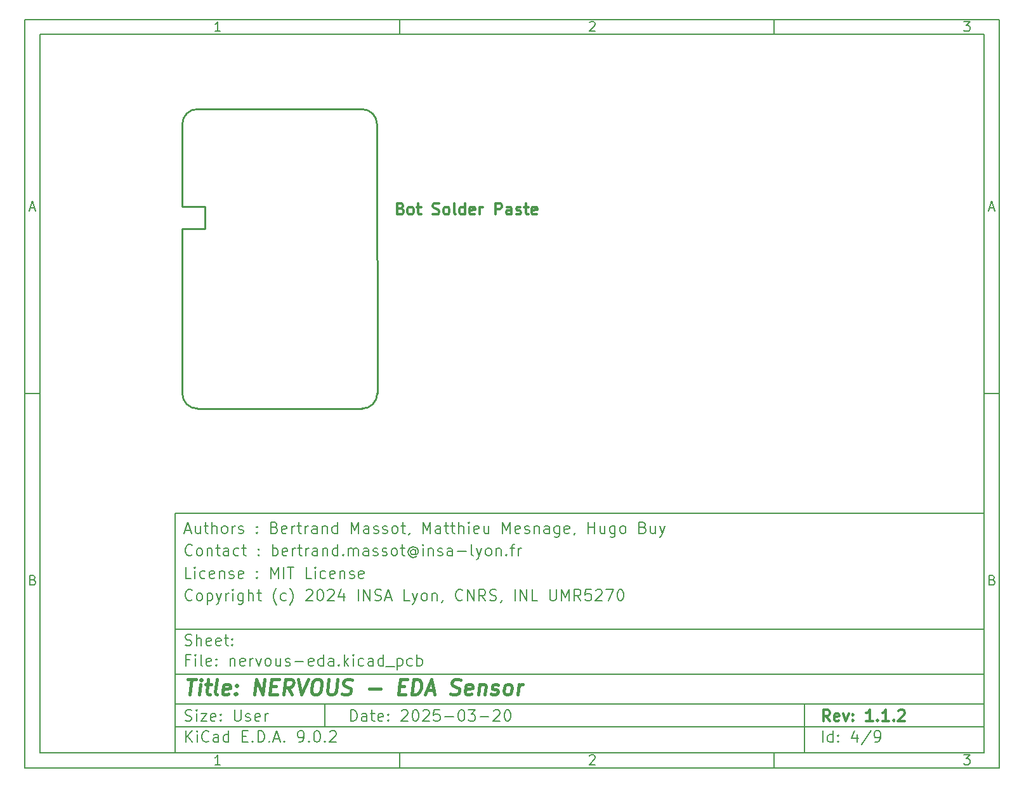
<source format=gbr>
%TF.GenerationSoftware,KiCad,Pcbnew,9.0.2*%
%TF.CreationDate,2025-10-01T11:11:21+02:00*%
%TF.ProjectId,nervous-eda,6e657276-6f75-4732-9d65-64612e6b6963,1.1.2*%
%TF.SameCoordinates,Original*%
%TF.FileFunction,Paste,Bot*%
%TF.FilePolarity,Positive*%
%FSLAX46Y46*%
G04 Gerber Fmt 4.6, Leading zero omitted, Abs format (unit mm)*
G04 Created by KiCad (PCBNEW 9.0.2) date 2025-10-01 11:11:21*
%MOMM*%
%LPD*%
G01*
G04 APERTURE LIST*
%ADD10C,0.100000*%
%ADD11C,0.150000*%
%ADD12C,0.300000*%
%ADD13C,0.400000*%
%TA.AperFunction,Profile*%
%ADD14C,0.254000*%
%TD*%
G04 APERTURE END LIST*
D10*
D11*
X30012000Y-75990000D02*
X138012000Y-75990000D01*
X138012000Y-107990000D01*
X30012000Y-107990000D01*
X30012000Y-75990000D01*
D10*
D11*
X10000000Y-10000000D02*
X140012000Y-10000000D01*
X140012000Y-109990000D01*
X10000000Y-109990000D01*
X10000000Y-10000000D01*
D10*
D11*
X12000000Y-12000000D02*
X138012000Y-12000000D01*
X138012000Y-107990000D01*
X12000000Y-107990000D01*
X12000000Y-12000000D01*
D10*
D11*
X60000000Y-12000000D02*
X60000000Y-10000000D01*
D10*
D11*
X110000000Y-12000000D02*
X110000000Y-10000000D01*
D10*
D11*
X36089160Y-11593604D02*
X35346303Y-11593604D01*
X35717731Y-11593604D02*
X35717731Y-10293604D01*
X35717731Y-10293604D02*
X35593922Y-10479319D01*
X35593922Y-10479319D02*
X35470112Y-10603128D01*
X35470112Y-10603128D02*
X35346303Y-10665033D01*
D10*
D11*
X85346303Y-10417414D02*
X85408207Y-10355509D01*
X85408207Y-10355509D02*
X85532017Y-10293604D01*
X85532017Y-10293604D02*
X85841541Y-10293604D01*
X85841541Y-10293604D02*
X85965350Y-10355509D01*
X85965350Y-10355509D02*
X86027255Y-10417414D01*
X86027255Y-10417414D02*
X86089160Y-10541223D01*
X86089160Y-10541223D02*
X86089160Y-10665033D01*
X86089160Y-10665033D02*
X86027255Y-10850747D01*
X86027255Y-10850747D02*
X85284398Y-11593604D01*
X85284398Y-11593604D02*
X86089160Y-11593604D01*
D10*
D11*
X135284398Y-10293604D02*
X136089160Y-10293604D01*
X136089160Y-10293604D02*
X135655826Y-10788842D01*
X135655826Y-10788842D02*
X135841541Y-10788842D01*
X135841541Y-10788842D02*
X135965350Y-10850747D01*
X135965350Y-10850747D02*
X136027255Y-10912652D01*
X136027255Y-10912652D02*
X136089160Y-11036461D01*
X136089160Y-11036461D02*
X136089160Y-11345985D01*
X136089160Y-11345985D02*
X136027255Y-11469795D01*
X136027255Y-11469795D02*
X135965350Y-11531700D01*
X135965350Y-11531700D02*
X135841541Y-11593604D01*
X135841541Y-11593604D02*
X135470112Y-11593604D01*
X135470112Y-11593604D02*
X135346303Y-11531700D01*
X135346303Y-11531700D02*
X135284398Y-11469795D01*
D10*
D11*
X60000000Y-107990000D02*
X60000000Y-109990000D01*
D10*
D11*
X110000000Y-107990000D02*
X110000000Y-109990000D01*
D10*
D11*
X36089160Y-109583604D02*
X35346303Y-109583604D01*
X35717731Y-109583604D02*
X35717731Y-108283604D01*
X35717731Y-108283604D02*
X35593922Y-108469319D01*
X35593922Y-108469319D02*
X35470112Y-108593128D01*
X35470112Y-108593128D02*
X35346303Y-108655033D01*
D10*
D11*
X85346303Y-108407414D02*
X85408207Y-108345509D01*
X85408207Y-108345509D02*
X85532017Y-108283604D01*
X85532017Y-108283604D02*
X85841541Y-108283604D01*
X85841541Y-108283604D02*
X85965350Y-108345509D01*
X85965350Y-108345509D02*
X86027255Y-108407414D01*
X86027255Y-108407414D02*
X86089160Y-108531223D01*
X86089160Y-108531223D02*
X86089160Y-108655033D01*
X86089160Y-108655033D02*
X86027255Y-108840747D01*
X86027255Y-108840747D02*
X85284398Y-109583604D01*
X85284398Y-109583604D02*
X86089160Y-109583604D01*
D10*
D11*
X135284398Y-108283604D02*
X136089160Y-108283604D01*
X136089160Y-108283604D02*
X135655826Y-108778842D01*
X135655826Y-108778842D02*
X135841541Y-108778842D01*
X135841541Y-108778842D02*
X135965350Y-108840747D01*
X135965350Y-108840747D02*
X136027255Y-108902652D01*
X136027255Y-108902652D02*
X136089160Y-109026461D01*
X136089160Y-109026461D02*
X136089160Y-109335985D01*
X136089160Y-109335985D02*
X136027255Y-109459795D01*
X136027255Y-109459795D02*
X135965350Y-109521700D01*
X135965350Y-109521700D02*
X135841541Y-109583604D01*
X135841541Y-109583604D02*
X135470112Y-109583604D01*
X135470112Y-109583604D02*
X135346303Y-109521700D01*
X135346303Y-109521700D02*
X135284398Y-109459795D01*
D10*
D11*
X10000000Y-60000000D02*
X12000000Y-60000000D01*
D10*
D11*
X10690476Y-35222176D02*
X11309523Y-35222176D01*
X10566666Y-35593604D02*
X10999999Y-34293604D01*
X10999999Y-34293604D02*
X11433333Y-35593604D01*
D10*
D11*
X11092857Y-84912652D02*
X11278571Y-84974557D01*
X11278571Y-84974557D02*
X11340476Y-85036461D01*
X11340476Y-85036461D02*
X11402380Y-85160271D01*
X11402380Y-85160271D02*
X11402380Y-85345985D01*
X11402380Y-85345985D02*
X11340476Y-85469795D01*
X11340476Y-85469795D02*
X11278571Y-85531700D01*
X11278571Y-85531700D02*
X11154761Y-85593604D01*
X11154761Y-85593604D02*
X10659523Y-85593604D01*
X10659523Y-85593604D02*
X10659523Y-84293604D01*
X10659523Y-84293604D02*
X11092857Y-84293604D01*
X11092857Y-84293604D02*
X11216666Y-84355509D01*
X11216666Y-84355509D02*
X11278571Y-84417414D01*
X11278571Y-84417414D02*
X11340476Y-84541223D01*
X11340476Y-84541223D02*
X11340476Y-84665033D01*
X11340476Y-84665033D02*
X11278571Y-84788842D01*
X11278571Y-84788842D02*
X11216666Y-84850747D01*
X11216666Y-84850747D02*
X11092857Y-84912652D01*
X11092857Y-84912652D02*
X10659523Y-84912652D01*
D10*
D11*
X140012000Y-60000000D02*
X138012000Y-60000000D01*
D10*
D11*
X138702476Y-35222176D02*
X139321523Y-35222176D01*
X138578666Y-35593604D02*
X139011999Y-34293604D01*
X139011999Y-34293604D02*
X139445333Y-35593604D01*
D10*
D11*
X139104857Y-84912652D02*
X139290571Y-84974557D01*
X139290571Y-84974557D02*
X139352476Y-85036461D01*
X139352476Y-85036461D02*
X139414380Y-85160271D01*
X139414380Y-85160271D02*
X139414380Y-85345985D01*
X139414380Y-85345985D02*
X139352476Y-85469795D01*
X139352476Y-85469795D02*
X139290571Y-85531700D01*
X139290571Y-85531700D02*
X139166761Y-85593604D01*
X139166761Y-85593604D02*
X138671523Y-85593604D01*
X138671523Y-85593604D02*
X138671523Y-84293604D01*
X138671523Y-84293604D02*
X139104857Y-84293604D01*
X139104857Y-84293604D02*
X139228666Y-84355509D01*
X139228666Y-84355509D02*
X139290571Y-84417414D01*
X139290571Y-84417414D02*
X139352476Y-84541223D01*
X139352476Y-84541223D02*
X139352476Y-84665033D01*
X139352476Y-84665033D02*
X139290571Y-84788842D01*
X139290571Y-84788842D02*
X139228666Y-84850747D01*
X139228666Y-84850747D02*
X139104857Y-84912652D01*
X139104857Y-84912652D02*
X138671523Y-84912652D01*
D10*
D11*
X53467826Y-103776128D02*
X53467826Y-102276128D01*
X53467826Y-102276128D02*
X53824969Y-102276128D01*
X53824969Y-102276128D02*
X54039255Y-102347557D01*
X54039255Y-102347557D02*
X54182112Y-102490414D01*
X54182112Y-102490414D02*
X54253541Y-102633271D01*
X54253541Y-102633271D02*
X54324969Y-102918985D01*
X54324969Y-102918985D02*
X54324969Y-103133271D01*
X54324969Y-103133271D02*
X54253541Y-103418985D01*
X54253541Y-103418985D02*
X54182112Y-103561842D01*
X54182112Y-103561842D02*
X54039255Y-103704700D01*
X54039255Y-103704700D02*
X53824969Y-103776128D01*
X53824969Y-103776128D02*
X53467826Y-103776128D01*
X55610684Y-103776128D02*
X55610684Y-102990414D01*
X55610684Y-102990414D02*
X55539255Y-102847557D01*
X55539255Y-102847557D02*
X55396398Y-102776128D01*
X55396398Y-102776128D02*
X55110684Y-102776128D01*
X55110684Y-102776128D02*
X54967826Y-102847557D01*
X55610684Y-103704700D02*
X55467826Y-103776128D01*
X55467826Y-103776128D02*
X55110684Y-103776128D01*
X55110684Y-103776128D02*
X54967826Y-103704700D01*
X54967826Y-103704700D02*
X54896398Y-103561842D01*
X54896398Y-103561842D02*
X54896398Y-103418985D01*
X54896398Y-103418985D02*
X54967826Y-103276128D01*
X54967826Y-103276128D02*
X55110684Y-103204700D01*
X55110684Y-103204700D02*
X55467826Y-103204700D01*
X55467826Y-103204700D02*
X55610684Y-103133271D01*
X56110684Y-102776128D02*
X56682112Y-102776128D01*
X56324969Y-102276128D02*
X56324969Y-103561842D01*
X56324969Y-103561842D02*
X56396398Y-103704700D01*
X56396398Y-103704700D02*
X56539255Y-103776128D01*
X56539255Y-103776128D02*
X56682112Y-103776128D01*
X57753541Y-103704700D02*
X57610684Y-103776128D01*
X57610684Y-103776128D02*
X57324970Y-103776128D01*
X57324970Y-103776128D02*
X57182112Y-103704700D01*
X57182112Y-103704700D02*
X57110684Y-103561842D01*
X57110684Y-103561842D02*
X57110684Y-102990414D01*
X57110684Y-102990414D02*
X57182112Y-102847557D01*
X57182112Y-102847557D02*
X57324970Y-102776128D01*
X57324970Y-102776128D02*
X57610684Y-102776128D01*
X57610684Y-102776128D02*
X57753541Y-102847557D01*
X57753541Y-102847557D02*
X57824970Y-102990414D01*
X57824970Y-102990414D02*
X57824970Y-103133271D01*
X57824970Y-103133271D02*
X57110684Y-103276128D01*
X58467826Y-103633271D02*
X58539255Y-103704700D01*
X58539255Y-103704700D02*
X58467826Y-103776128D01*
X58467826Y-103776128D02*
X58396398Y-103704700D01*
X58396398Y-103704700D02*
X58467826Y-103633271D01*
X58467826Y-103633271D02*
X58467826Y-103776128D01*
X58467826Y-102847557D02*
X58539255Y-102918985D01*
X58539255Y-102918985D02*
X58467826Y-102990414D01*
X58467826Y-102990414D02*
X58396398Y-102918985D01*
X58396398Y-102918985D02*
X58467826Y-102847557D01*
X58467826Y-102847557D02*
X58467826Y-102990414D01*
X60253541Y-102418985D02*
X60324969Y-102347557D01*
X60324969Y-102347557D02*
X60467827Y-102276128D01*
X60467827Y-102276128D02*
X60824969Y-102276128D01*
X60824969Y-102276128D02*
X60967827Y-102347557D01*
X60967827Y-102347557D02*
X61039255Y-102418985D01*
X61039255Y-102418985D02*
X61110684Y-102561842D01*
X61110684Y-102561842D02*
X61110684Y-102704700D01*
X61110684Y-102704700D02*
X61039255Y-102918985D01*
X61039255Y-102918985D02*
X60182112Y-103776128D01*
X60182112Y-103776128D02*
X61110684Y-103776128D01*
X62039255Y-102276128D02*
X62182112Y-102276128D01*
X62182112Y-102276128D02*
X62324969Y-102347557D01*
X62324969Y-102347557D02*
X62396398Y-102418985D01*
X62396398Y-102418985D02*
X62467826Y-102561842D01*
X62467826Y-102561842D02*
X62539255Y-102847557D01*
X62539255Y-102847557D02*
X62539255Y-103204700D01*
X62539255Y-103204700D02*
X62467826Y-103490414D01*
X62467826Y-103490414D02*
X62396398Y-103633271D01*
X62396398Y-103633271D02*
X62324969Y-103704700D01*
X62324969Y-103704700D02*
X62182112Y-103776128D01*
X62182112Y-103776128D02*
X62039255Y-103776128D01*
X62039255Y-103776128D02*
X61896398Y-103704700D01*
X61896398Y-103704700D02*
X61824969Y-103633271D01*
X61824969Y-103633271D02*
X61753540Y-103490414D01*
X61753540Y-103490414D02*
X61682112Y-103204700D01*
X61682112Y-103204700D02*
X61682112Y-102847557D01*
X61682112Y-102847557D02*
X61753540Y-102561842D01*
X61753540Y-102561842D02*
X61824969Y-102418985D01*
X61824969Y-102418985D02*
X61896398Y-102347557D01*
X61896398Y-102347557D02*
X62039255Y-102276128D01*
X63110683Y-102418985D02*
X63182111Y-102347557D01*
X63182111Y-102347557D02*
X63324969Y-102276128D01*
X63324969Y-102276128D02*
X63682111Y-102276128D01*
X63682111Y-102276128D02*
X63824969Y-102347557D01*
X63824969Y-102347557D02*
X63896397Y-102418985D01*
X63896397Y-102418985D02*
X63967826Y-102561842D01*
X63967826Y-102561842D02*
X63967826Y-102704700D01*
X63967826Y-102704700D02*
X63896397Y-102918985D01*
X63896397Y-102918985D02*
X63039254Y-103776128D01*
X63039254Y-103776128D02*
X63967826Y-103776128D01*
X65324968Y-102276128D02*
X64610682Y-102276128D01*
X64610682Y-102276128D02*
X64539254Y-102990414D01*
X64539254Y-102990414D02*
X64610682Y-102918985D01*
X64610682Y-102918985D02*
X64753540Y-102847557D01*
X64753540Y-102847557D02*
X65110682Y-102847557D01*
X65110682Y-102847557D02*
X65253540Y-102918985D01*
X65253540Y-102918985D02*
X65324968Y-102990414D01*
X65324968Y-102990414D02*
X65396397Y-103133271D01*
X65396397Y-103133271D02*
X65396397Y-103490414D01*
X65396397Y-103490414D02*
X65324968Y-103633271D01*
X65324968Y-103633271D02*
X65253540Y-103704700D01*
X65253540Y-103704700D02*
X65110682Y-103776128D01*
X65110682Y-103776128D02*
X64753540Y-103776128D01*
X64753540Y-103776128D02*
X64610682Y-103704700D01*
X64610682Y-103704700D02*
X64539254Y-103633271D01*
X66039253Y-103204700D02*
X67182111Y-103204700D01*
X68182111Y-102276128D02*
X68324968Y-102276128D01*
X68324968Y-102276128D02*
X68467825Y-102347557D01*
X68467825Y-102347557D02*
X68539254Y-102418985D01*
X68539254Y-102418985D02*
X68610682Y-102561842D01*
X68610682Y-102561842D02*
X68682111Y-102847557D01*
X68682111Y-102847557D02*
X68682111Y-103204700D01*
X68682111Y-103204700D02*
X68610682Y-103490414D01*
X68610682Y-103490414D02*
X68539254Y-103633271D01*
X68539254Y-103633271D02*
X68467825Y-103704700D01*
X68467825Y-103704700D02*
X68324968Y-103776128D01*
X68324968Y-103776128D02*
X68182111Y-103776128D01*
X68182111Y-103776128D02*
X68039254Y-103704700D01*
X68039254Y-103704700D02*
X67967825Y-103633271D01*
X67967825Y-103633271D02*
X67896396Y-103490414D01*
X67896396Y-103490414D02*
X67824968Y-103204700D01*
X67824968Y-103204700D02*
X67824968Y-102847557D01*
X67824968Y-102847557D02*
X67896396Y-102561842D01*
X67896396Y-102561842D02*
X67967825Y-102418985D01*
X67967825Y-102418985D02*
X68039254Y-102347557D01*
X68039254Y-102347557D02*
X68182111Y-102276128D01*
X69182110Y-102276128D02*
X70110682Y-102276128D01*
X70110682Y-102276128D02*
X69610682Y-102847557D01*
X69610682Y-102847557D02*
X69824967Y-102847557D01*
X69824967Y-102847557D02*
X69967825Y-102918985D01*
X69967825Y-102918985D02*
X70039253Y-102990414D01*
X70039253Y-102990414D02*
X70110682Y-103133271D01*
X70110682Y-103133271D02*
X70110682Y-103490414D01*
X70110682Y-103490414D02*
X70039253Y-103633271D01*
X70039253Y-103633271D02*
X69967825Y-103704700D01*
X69967825Y-103704700D02*
X69824967Y-103776128D01*
X69824967Y-103776128D02*
X69396396Y-103776128D01*
X69396396Y-103776128D02*
X69253539Y-103704700D01*
X69253539Y-103704700D02*
X69182110Y-103633271D01*
X70753538Y-103204700D02*
X71896396Y-103204700D01*
X72539253Y-102418985D02*
X72610681Y-102347557D01*
X72610681Y-102347557D02*
X72753539Y-102276128D01*
X72753539Y-102276128D02*
X73110681Y-102276128D01*
X73110681Y-102276128D02*
X73253539Y-102347557D01*
X73253539Y-102347557D02*
X73324967Y-102418985D01*
X73324967Y-102418985D02*
X73396396Y-102561842D01*
X73396396Y-102561842D02*
X73396396Y-102704700D01*
X73396396Y-102704700D02*
X73324967Y-102918985D01*
X73324967Y-102918985D02*
X72467824Y-103776128D01*
X72467824Y-103776128D02*
X73396396Y-103776128D01*
X74324967Y-102276128D02*
X74467824Y-102276128D01*
X74467824Y-102276128D02*
X74610681Y-102347557D01*
X74610681Y-102347557D02*
X74682110Y-102418985D01*
X74682110Y-102418985D02*
X74753538Y-102561842D01*
X74753538Y-102561842D02*
X74824967Y-102847557D01*
X74824967Y-102847557D02*
X74824967Y-103204700D01*
X74824967Y-103204700D02*
X74753538Y-103490414D01*
X74753538Y-103490414D02*
X74682110Y-103633271D01*
X74682110Y-103633271D02*
X74610681Y-103704700D01*
X74610681Y-103704700D02*
X74467824Y-103776128D01*
X74467824Y-103776128D02*
X74324967Y-103776128D01*
X74324967Y-103776128D02*
X74182110Y-103704700D01*
X74182110Y-103704700D02*
X74110681Y-103633271D01*
X74110681Y-103633271D02*
X74039252Y-103490414D01*
X74039252Y-103490414D02*
X73967824Y-103204700D01*
X73967824Y-103204700D02*
X73967824Y-102847557D01*
X73967824Y-102847557D02*
X74039252Y-102561842D01*
X74039252Y-102561842D02*
X74110681Y-102418985D01*
X74110681Y-102418985D02*
X74182110Y-102347557D01*
X74182110Y-102347557D02*
X74324967Y-102276128D01*
D10*
D11*
X30012000Y-104490000D02*
X138012000Y-104490000D01*
D10*
D11*
X31467826Y-106576128D02*
X31467826Y-105076128D01*
X32324969Y-106576128D02*
X31682112Y-105718985D01*
X32324969Y-105076128D02*
X31467826Y-105933271D01*
X32967826Y-106576128D02*
X32967826Y-105576128D01*
X32967826Y-105076128D02*
X32896398Y-105147557D01*
X32896398Y-105147557D02*
X32967826Y-105218985D01*
X32967826Y-105218985D02*
X33039255Y-105147557D01*
X33039255Y-105147557D02*
X32967826Y-105076128D01*
X32967826Y-105076128D02*
X32967826Y-105218985D01*
X34539255Y-106433271D02*
X34467827Y-106504700D01*
X34467827Y-106504700D02*
X34253541Y-106576128D01*
X34253541Y-106576128D02*
X34110684Y-106576128D01*
X34110684Y-106576128D02*
X33896398Y-106504700D01*
X33896398Y-106504700D02*
X33753541Y-106361842D01*
X33753541Y-106361842D02*
X33682112Y-106218985D01*
X33682112Y-106218985D02*
X33610684Y-105933271D01*
X33610684Y-105933271D02*
X33610684Y-105718985D01*
X33610684Y-105718985D02*
X33682112Y-105433271D01*
X33682112Y-105433271D02*
X33753541Y-105290414D01*
X33753541Y-105290414D02*
X33896398Y-105147557D01*
X33896398Y-105147557D02*
X34110684Y-105076128D01*
X34110684Y-105076128D02*
X34253541Y-105076128D01*
X34253541Y-105076128D02*
X34467827Y-105147557D01*
X34467827Y-105147557D02*
X34539255Y-105218985D01*
X35824970Y-106576128D02*
X35824970Y-105790414D01*
X35824970Y-105790414D02*
X35753541Y-105647557D01*
X35753541Y-105647557D02*
X35610684Y-105576128D01*
X35610684Y-105576128D02*
X35324970Y-105576128D01*
X35324970Y-105576128D02*
X35182112Y-105647557D01*
X35824970Y-106504700D02*
X35682112Y-106576128D01*
X35682112Y-106576128D02*
X35324970Y-106576128D01*
X35324970Y-106576128D02*
X35182112Y-106504700D01*
X35182112Y-106504700D02*
X35110684Y-106361842D01*
X35110684Y-106361842D02*
X35110684Y-106218985D01*
X35110684Y-106218985D02*
X35182112Y-106076128D01*
X35182112Y-106076128D02*
X35324970Y-106004700D01*
X35324970Y-106004700D02*
X35682112Y-106004700D01*
X35682112Y-106004700D02*
X35824970Y-105933271D01*
X37182113Y-106576128D02*
X37182113Y-105076128D01*
X37182113Y-106504700D02*
X37039255Y-106576128D01*
X37039255Y-106576128D02*
X36753541Y-106576128D01*
X36753541Y-106576128D02*
X36610684Y-106504700D01*
X36610684Y-106504700D02*
X36539255Y-106433271D01*
X36539255Y-106433271D02*
X36467827Y-106290414D01*
X36467827Y-106290414D02*
X36467827Y-105861842D01*
X36467827Y-105861842D02*
X36539255Y-105718985D01*
X36539255Y-105718985D02*
X36610684Y-105647557D01*
X36610684Y-105647557D02*
X36753541Y-105576128D01*
X36753541Y-105576128D02*
X37039255Y-105576128D01*
X37039255Y-105576128D02*
X37182113Y-105647557D01*
X39039255Y-105790414D02*
X39539255Y-105790414D01*
X39753541Y-106576128D02*
X39039255Y-106576128D01*
X39039255Y-106576128D02*
X39039255Y-105076128D01*
X39039255Y-105076128D02*
X39753541Y-105076128D01*
X40396398Y-106433271D02*
X40467827Y-106504700D01*
X40467827Y-106504700D02*
X40396398Y-106576128D01*
X40396398Y-106576128D02*
X40324970Y-106504700D01*
X40324970Y-106504700D02*
X40396398Y-106433271D01*
X40396398Y-106433271D02*
X40396398Y-106576128D01*
X41110684Y-106576128D02*
X41110684Y-105076128D01*
X41110684Y-105076128D02*
X41467827Y-105076128D01*
X41467827Y-105076128D02*
X41682113Y-105147557D01*
X41682113Y-105147557D02*
X41824970Y-105290414D01*
X41824970Y-105290414D02*
X41896399Y-105433271D01*
X41896399Y-105433271D02*
X41967827Y-105718985D01*
X41967827Y-105718985D02*
X41967827Y-105933271D01*
X41967827Y-105933271D02*
X41896399Y-106218985D01*
X41896399Y-106218985D02*
X41824970Y-106361842D01*
X41824970Y-106361842D02*
X41682113Y-106504700D01*
X41682113Y-106504700D02*
X41467827Y-106576128D01*
X41467827Y-106576128D02*
X41110684Y-106576128D01*
X42610684Y-106433271D02*
X42682113Y-106504700D01*
X42682113Y-106504700D02*
X42610684Y-106576128D01*
X42610684Y-106576128D02*
X42539256Y-106504700D01*
X42539256Y-106504700D02*
X42610684Y-106433271D01*
X42610684Y-106433271D02*
X42610684Y-106576128D01*
X43253542Y-106147557D02*
X43967828Y-106147557D01*
X43110685Y-106576128D02*
X43610685Y-105076128D01*
X43610685Y-105076128D02*
X44110685Y-106576128D01*
X44610684Y-106433271D02*
X44682113Y-106504700D01*
X44682113Y-106504700D02*
X44610684Y-106576128D01*
X44610684Y-106576128D02*
X44539256Y-106504700D01*
X44539256Y-106504700D02*
X44610684Y-106433271D01*
X44610684Y-106433271D02*
X44610684Y-106576128D01*
X46539256Y-106576128D02*
X46824970Y-106576128D01*
X46824970Y-106576128D02*
X46967827Y-106504700D01*
X46967827Y-106504700D02*
X47039256Y-106433271D01*
X47039256Y-106433271D02*
X47182113Y-106218985D01*
X47182113Y-106218985D02*
X47253542Y-105933271D01*
X47253542Y-105933271D02*
X47253542Y-105361842D01*
X47253542Y-105361842D02*
X47182113Y-105218985D01*
X47182113Y-105218985D02*
X47110685Y-105147557D01*
X47110685Y-105147557D02*
X46967827Y-105076128D01*
X46967827Y-105076128D02*
X46682113Y-105076128D01*
X46682113Y-105076128D02*
X46539256Y-105147557D01*
X46539256Y-105147557D02*
X46467827Y-105218985D01*
X46467827Y-105218985D02*
X46396399Y-105361842D01*
X46396399Y-105361842D02*
X46396399Y-105718985D01*
X46396399Y-105718985D02*
X46467827Y-105861842D01*
X46467827Y-105861842D02*
X46539256Y-105933271D01*
X46539256Y-105933271D02*
X46682113Y-106004700D01*
X46682113Y-106004700D02*
X46967827Y-106004700D01*
X46967827Y-106004700D02*
X47110685Y-105933271D01*
X47110685Y-105933271D02*
X47182113Y-105861842D01*
X47182113Y-105861842D02*
X47253542Y-105718985D01*
X47896398Y-106433271D02*
X47967827Y-106504700D01*
X47967827Y-106504700D02*
X47896398Y-106576128D01*
X47896398Y-106576128D02*
X47824970Y-106504700D01*
X47824970Y-106504700D02*
X47896398Y-106433271D01*
X47896398Y-106433271D02*
X47896398Y-106576128D01*
X48896399Y-105076128D02*
X49039256Y-105076128D01*
X49039256Y-105076128D02*
X49182113Y-105147557D01*
X49182113Y-105147557D02*
X49253542Y-105218985D01*
X49253542Y-105218985D02*
X49324970Y-105361842D01*
X49324970Y-105361842D02*
X49396399Y-105647557D01*
X49396399Y-105647557D02*
X49396399Y-106004700D01*
X49396399Y-106004700D02*
X49324970Y-106290414D01*
X49324970Y-106290414D02*
X49253542Y-106433271D01*
X49253542Y-106433271D02*
X49182113Y-106504700D01*
X49182113Y-106504700D02*
X49039256Y-106576128D01*
X49039256Y-106576128D02*
X48896399Y-106576128D01*
X48896399Y-106576128D02*
X48753542Y-106504700D01*
X48753542Y-106504700D02*
X48682113Y-106433271D01*
X48682113Y-106433271D02*
X48610684Y-106290414D01*
X48610684Y-106290414D02*
X48539256Y-106004700D01*
X48539256Y-106004700D02*
X48539256Y-105647557D01*
X48539256Y-105647557D02*
X48610684Y-105361842D01*
X48610684Y-105361842D02*
X48682113Y-105218985D01*
X48682113Y-105218985D02*
X48753542Y-105147557D01*
X48753542Y-105147557D02*
X48896399Y-105076128D01*
X50039255Y-106433271D02*
X50110684Y-106504700D01*
X50110684Y-106504700D02*
X50039255Y-106576128D01*
X50039255Y-106576128D02*
X49967827Y-106504700D01*
X49967827Y-106504700D02*
X50039255Y-106433271D01*
X50039255Y-106433271D02*
X50039255Y-106576128D01*
X50682113Y-105218985D02*
X50753541Y-105147557D01*
X50753541Y-105147557D02*
X50896399Y-105076128D01*
X50896399Y-105076128D02*
X51253541Y-105076128D01*
X51253541Y-105076128D02*
X51396399Y-105147557D01*
X51396399Y-105147557D02*
X51467827Y-105218985D01*
X51467827Y-105218985D02*
X51539256Y-105361842D01*
X51539256Y-105361842D02*
X51539256Y-105504700D01*
X51539256Y-105504700D02*
X51467827Y-105718985D01*
X51467827Y-105718985D02*
X50610684Y-106576128D01*
X50610684Y-106576128D02*
X51539256Y-106576128D01*
D10*
D11*
X30012000Y-101490000D02*
X138012000Y-101490000D01*
D10*
D12*
X117423653Y-103768328D02*
X116923653Y-103054042D01*
X116566510Y-103768328D02*
X116566510Y-102268328D01*
X116566510Y-102268328D02*
X117137939Y-102268328D01*
X117137939Y-102268328D02*
X117280796Y-102339757D01*
X117280796Y-102339757D02*
X117352225Y-102411185D01*
X117352225Y-102411185D02*
X117423653Y-102554042D01*
X117423653Y-102554042D02*
X117423653Y-102768328D01*
X117423653Y-102768328D02*
X117352225Y-102911185D01*
X117352225Y-102911185D02*
X117280796Y-102982614D01*
X117280796Y-102982614D02*
X117137939Y-103054042D01*
X117137939Y-103054042D02*
X116566510Y-103054042D01*
X118637939Y-103696900D02*
X118495082Y-103768328D01*
X118495082Y-103768328D02*
X118209368Y-103768328D01*
X118209368Y-103768328D02*
X118066510Y-103696900D01*
X118066510Y-103696900D02*
X117995082Y-103554042D01*
X117995082Y-103554042D02*
X117995082Y-102982614D01*
X117995082Y-102982614D02*
X118066510Y-102839757D01*
X118066510Y-102839757D02*
X118209368Y-102768328D01*
X118209368Y-102768328D02*
X118495082Y-102768328D01*
X118495082Y-102768328D02*
X118637939Y-102839757D01*
X118637939Y-102839757D02*
X118709368Y-102982614D01*
X118709368Y-102982614D02*
X118709368Y-103125471D01*
X118709368Y-103125471D02*
X117995082Y-103268328D01*
X119209367Y-102768328D02*
X119566510Y-103768328D01*
X119566510Y-103768328D02*
X119923653Y-102768328D01*
X120495081Y-103625471D02*
X120566510Y-103696900D01*
X120566510Y-103696900D02*
X120495081Y-103768328D01*
X120495081Y-103768328D02*
X120423653Y-103696900D01*
X120423653Y-103696900D02*
X120495081Y-103625471D01*
X120495081Y-103625471D02*
X120495081Y-103768328D01*
X120495081Y-102839757D02*
X120566510Y-102911185D01*
X120566510Y-102911185D02*
X120495081Y-102982614D01*
X120495081Y-102982614D02*
X120423653Y-102911185D01*
X120423653Y-102911185D02*
X120495081Y-102839757D01*
X120495081Y-102839757D02*
X120495081Y-102982614D01*
X123137939Y-103768328D02*
X122280796Y-103768328D01*
X122709367Y-103768328D02*
X122709367Y-102268328D01*
X122709367Y-102268328D02*
X122566510Y-102482614D01*
X122566510Y-102482614D02*
X122423653Y-102625471D01*
X122423653Y-102625471D02*
X122280796Y-102696900D01*
X123780795Y-103625471D02*
X123852224Y-103696900D01*
X123852224Y-103696900D02*
X123780795Y-103768328D01*
X123780795Y-103768328D02*
X123709367Y-103696900D01*
X123709367Y-103696900D02*
X123780795Y-103625471D01*
X123780795Y-103625471D02*
X123780795Y-103768328D01*
X125280796Y-103768328D02*
X124423653Y-103768328D01*
X124852224Y-103768328D02*
X124852224Y-102268328D01*
X124852224Y-102268328D02*
X124709367Y-102482614D01*
X124709367Y-102482614D02*
X124566510Y-102625471D01*
X124566510Y-102625471D02*
X124423653Y-102696900D01*
X125923652Y-103625471D02*
X125995081Y-103696900D01*
X125995081Y-103696900D02*
X125923652Y-103768328D01*
X125923652Y-103768328D02*
X125852224Y-103696900D01*
X125852224Y-103696900D02*
X125923652Y-103625471D01*
X125923652Y-103625471D02*
X125923652Y-103768328D01*
X126566510Y-102411185D02*
X126637938Y-102339757D01*
X126637938Y-102339757D02*
X126780796Y-102268328D01*
X126780796Y-102268328D02*
X127137938Y-102268328D01*
X127137938Y-102268328D02*
X127280796Y-102339757D01*
X127280796Y-102339757D02*
X127352224Y-102411185D01*
X127352224Y-102411185D02*
X127423653Y-102554042D01*
X127423653Y-102554042D02*
X127423653Y-102696900D01*
X127423653Y-102696900D02*
X127352224Y-102911185D01*
X127352224Y-102911185D02*
X126495081Y-103768328D01*
X126495081Y-103768328D02*
X127423653Y-103768328D01*
D10*
D11*
X31396398Y-103704700D02*
X31610684Y-103776128D01*
X31610684Y-103776128D02*
X31967826Y-103776128D01*
X31967826Y-103776128D02*
X32110684Y-103704700D01*
X32110684Y-103704700D02*
X32182112Y-103633271D01*
X32182112Y-103633271D02*
X32253541Y-103490414D01*
X32253541Y-103490414D02*
X32253541Y-103347557D01*
X32253541Y-103347557D02*
X32182112Y-103204700D01*
X32182112Y-103204700D02*
X32110684Y-103133271D01*
X32110684Y-103133271D02*
X31967826Y-103061842D01*
X31967826Y-103061842D02*
X31682112Y-102990414D01*
X31682112Y-102990414D02*
X31539255Y-102918985D01*
X31539255Y-102918985D02*
X31467826Y-102847557D01*
X31467826Y-102847557D02*
X31396398Y-102704700D01*
X31396398Y-102704700D02*
X31396398Y-102561842D01*
X31396398Y-102561842D02*
X31467826Y-102418985D01*
X31467826Y-102418985D02*
X31539255Y-102347557D01*
X31539255Y-102347557D02*
X31682112Y-102276128D01*
X31682112Y-102276128D02*
X32039255Y-102276128D01*
X32039255Y-102276128D02*
X32253541Y-102347557D01*
X32896397Y-103776128D02*
X32896397Y-102776128D01*
X32896397Y-102276128D02*
X32824969Y-102347557D01*
X32824969Y-102347557D02*
X32896397Y-102418985D01*
X32896397Y-102418985D02*
X32967826Y-102347557D01*
X32967826Y-102347557D02*
X32896397Y-102276128D01*
X32896397Y-102276128D02*
X32896397Y-102418985D01*
X33467826Y-102776128D02*
X34253541Y-102776128D01*
X34253541Y-102776128D02*
X33467826Y-103776128D01*
X33467826Y-103776128D02*
X34253541Y-103776128D01*
X35396398Y-103704700D02*
X35253541Y-103776128D01*
X35253541Y-103776128D02*
X34967827Y-103776128D01*
X34967827Y-103776128D02*
X34824969Y-103704700D01*
X34824969Y-103704700D02*
X34753541Y-103561842D01*
X34753541Y-103561842D02*
X34753541Y-102990414D01*
X34753541Y-102990414D02*
X34824969Y-102847557D01*
X34824969Y-102847557D02*
X34967827Y-102776128D01*
X34967827Y-102776128D02*
X35253541Y-102776128D01*
X35253541Y-102776128D02*
X35396398Y-102847557D01*
X35396398Y-102847557D02*
X35467827Y-102990414D01*
X35467827Y-102990414D02*
X35467827Y-103133271D01*
X35467827Y-103133271D02*
X34753541Y-103276128D01*
X36110683Y-103633271D02*
X36182112Y-103704700D01*
X36182112Y-103704700D02*
X36110683Y-103776128D01*
X36110683Y-103776128D02*
X36039255Y-103704700D01*
X36039255Y-103704700D02*
X36110683Y-103633271D01*
X36110683Y-103633271D02*
X36110683Y-103776128D01*
X36110683Y-102847557D02*
X36182112Y-102918985D01*
X36182112Y-102918985D02*
X36110683Y-102990414D01*
X36110683Y-102990414D02*
X36039255Y-102918985D01*
X36039255Y-102918985D02*
X36110683Y-102847557D01*
X36110683Y-102847557D02*
X36110683Y-102990414D01*
X37967826Y-102276128D02*
X37967826Y-103490414D01*
X37967826Y-103490414D02*
X38039255Y-103633271D01*
X38039255Y-103633271D02*
X38110684Y-103704700D01*
X38110684Y-103704700D02*
X38253541Y-103776128D01*
X38253541Y-103776128D02*
X38539255Y-103776128D01*
X38539255Y-103776128D02*
X38682112Y-103704700D01*
X38682112Y-103704700D02*
X38753541Y-103633271D01*
X38753541Y-103633271D02*
X38824969Y-103490414D01*
X38824969Y-103490414D02*
X38824969Y-102276128D01*
X39467827Y-103704700D02*
X39610684Y-103776128D01*
X39610684Y-103776128D02*
X39896398Y-103776128D01*
X39896398Y-103776128D02*
X40039255Y-103704700D01*
X40039255Y-103704700D02*
X40110684Y-103561842D01*
X40110684Y-103561842D02*
X40110684Y-103490414D01*
X40110684Y-103490414D02*
X40039255Y-103347557D01*
X40039255Y-103347557D02*
X39896398Y-103276128D01*
X39896398Y-103276128D02*
X39682113Y-103276128D01*
X39682113Y-103276128D02*
X39539255Y-103204700D01*
X39539255Y-103204700D02*
X39467827Y-103061842D01*
X39467827Y-103061842D02*
X39467827Y-102990414D01*
X39467827Y-102990414D02*
X39539255Y-102847557D01*
X39539255Y-102847557D02*
X39682113Y-102776128D01*
X39682113Y-102776128D02*
X39896398Y-102776128D01*
X39896398Y-102776128D02*
X40039255Y-102847557D01*
X41324970Y-103704700D02*
X41182113Y-103776128D01*
X41182113Y-103776128D02*
X40896399Y-103776128D01*
X40896399Y-103776128D02*
X40753541Y-103704700D01*
X40753541Y-103704700D02*
X40682113Y-103561842D01*
X40682113Y-103561842D02*
X40682113Y-102990414D01*
X40682113Y-102990414D02*
X40753541Y-102847557D01*
X40753541Y-102847557D02*
X40896399Y-102776128D01*
X40896399Y-102776128D02*
X41182113Y-102776128D01*
X41182113Y-102776128D02*
X41324970Y-102847557D01*
X41324970Y-102847557D02*
X41396399Y-102990414D01*
X41396399Y-102990414D02*
X41396399Y-103133271D01*
X41396399Y-103133271D02*
X40682113Y-103276128D01*
X42039255Y-103776128D02*
X42039255Y-102776128D01*
X42039255Y-103061842D02*
X42110684Y-102918985D01*
X42110684Y-102918985D02*
X42182113Y-102847557D01*
X42182113Y-102847557D02*
X42324970Y-102776128D01*
X42324970Y-102776128D02*
X42467827Y-102776128D01*
D10*
D11*
X116467826Y-106576128D02*
X116467826Y-105076128D01*
X117824970Y-106576128D02*
X117824970Y-105076128D01*
X117824970Y-106504700D02*
X117682112Y-106576128D01*
X117682112Y-106576128D02*
X117396398Y-106576128D01*
X117396398Y-106576128D02*
X117253541Y-106504700D01*
X117253541Y-106504700D02*
X117182112Y-106433271D01*
X117182112Y-106433271D02*
X117110684Y-106290414D01*
X117110684Y-106290414D02*
X117110684Y-105861842D01*
X117110684Y-105861842D02*
X117182112Y-105718985D01*
X117182112Y-105718985D02*
X117253541Y-105647557D01*
X117253541Y-105647557D02*
X117396398Y-105576128D01*
X117396398Y-105576128D02*
X117682112Y-105576128D01*
X117682112Y-105576128D02*
X117824970Y-105647557D01*
X118539255Y-106433271D02*
X118610684Y-106504700D01*
X118610684Y-106504700D02*
X118539255Y-106576128D01*
X118539255Y-106576128D02*
X118467827Y-106504700D01*
X118467827Y-106504700D02*
X118539255Y-106433271D01*
X118539255Y-106433271D02*
X118539255Y-106576128D01*
X118539255Y-105647557D02*
X118610684Y-105718985D01*
X118610684Y-105718985D02*
X118539255Y-105790414D01*
X118539255Y-105790414D02*
X118467827Y-105718985D01*
X118467827Y-105718985D02*
X118539255Y-105647557D01*
X118539255Y-105647557D02*
X118539255Y-105790414D01*
X121039256Y-105576128D02*
X121039256Y-106576128D01*
X120682113Y-105004700D02*
X120324970Y-106076128D01*
X120324970Y-106076128D02*
X121253541Y-106076128D01*
X122896398Y-105004700D02*
X121610684Y-106933271D01*
X123467827Y-106576128D02*
X123753541Y-106576128D01*
X123753541Y-106576128D02*
X123896398Y-106504700D01*
X123896398Y-106504700D02*
X123967827Y-106433271D01*
X123967827Y-106433271D02*
X124110684Y-106218985D01*
X124110684Y-106218985D02*
X124182113Y-105933271D01*
X124182113Y-105933271D02*
X124182113Y-105361842D01*
X124182113Y-105361842D02*
X124110684Y-105218985D01*
X124110684Y-105218985D02*
X124039256Y-105147557D01*
X124039256Y-105147557D02*
X123896398Y-105076128D01*
X123896398Y-105076128D02*
X123610684Y-105076128D01*
X123610684Y-105076128D02*
X123467827Y-105147557D01*
X123467827Y-105147557D02*
X123396398Y-105218985D01*
X123396398Y-105218985D02*
X123324970Y-105361842D01*
X123324970Y-105361842D02*
X123324970Y-105718985D01*
X123324970Y-105718985D02*
X123396398Y-105861842D01*
X123396398Y-105861842D02*
X123467827Y-105933271D01*
X123467827Y-105933271D02*
X123610684Y-106004700D01*
X123610684Y-106004700D02*
X123896398Y-106004700D01*
X123896398Y-106004700D02*
X124039256Y-105933271D01*
X124039256Y-105933271D02*
X124110684Y-105861842D01*
X124110684Y-105861842D02*
X124182113Y-105718985D01*
D10*
D11*
X30012000Y-97490000D02*
X138012000Y-97490000D01*
D10*
D13*
X31703728Y-98194438D02*
X32846585Y-98194438D01*
X32025157Y-100194438D02*
X32275157Y-98194438D01*
X33263252Y-100194438D02*
X33429919Y-98861104D01*
X33513252Y-98194438D02*
X33406109Y-98289676D01*
X33406109Y-98289676D02*
X33489443Y-98384914D01*
X33489443Y-98384914D02*
X33596586Y-98289676D01*
X33596586Y-98289676D02*
X33513252Y-98194438D01*
X33513252Y-98194438D02*
X33489443Y-98384914D01*
X34096586Y-98861104D02*
X34858490Y-98861104D01*
X34465633Y-98194438D02*
X34251348Y-99908723D01*
X34251348Y-99908723D02*
X34322776Y-100099200D01*
X34322776Y-100099200D02*
X34501348Y-100194438D01*
X34501348Y-100194438D02*
X34691824Y-100194438D01*
X35644205Y-100194438D02*
X35465633Y-100099200D01*
X35465633Y-100099200D02*
X35394205Y-99908723D01*
X35394205Y-99908723D02*
X35608490Y-98194438D01*
X37179919Y-100099200D02*
X36977538Y-100194438D01*
X36977538Y-100194438D02*
X36596585Y-100194438D01*
X36596585Y-100194438D02*
X36418014Y-100099200D01*
X36418014Y-100099200D02*
X36346585Y-99908723D01*
X36346585Y-99908723D02*
X36441824Y-99146819D01*
X36441824Y-99146819D02*
X36560871Y-98956342D01*
X36560871Y-98956342D02*
X36763252Y-98861104D01*
X36763252Y-98861104D02*
X37144204Y-98861104D01*
X37144204Y-98861104D02*
X37322776Y-98956342D01*
X37322776Y-98956342D02*
X37394204Y-99146819D01*
X37394204Y-99146819D02*
X37370395Y-99337295D01*
X37370395Y-99337295D02*
X36394204Y-99527771D01*
X38144205Y-100003961D02*
X38227538Y-100099200D01*
X38227538Y-100099200D02*
X38120395Y-100194438D01*
X38120395Y-100194438D02*
X38037062Y-100099200D01*
X38037062Y-100099200D02*
X38144205Y-100003961D01*
X38144205Y-100003961D02*
X38120395Y-100194438D01*
X38275157Y-98956342D02*
X38358490Y-99051580D01*
X38358490Y-99051580D02*
X38251348Y-99146819D01*
X38251348Y-99146819D02*
X38168014Y-99051580D01*
X38168014Y-99051580D02*
X38275157Y-98956342D01*
X38275157Y-98956342D02*
X38251348Y-99146819D01*
X40596586Y-100194438D02*
X40846586Y-98194438D01*
X40846586Y-98194438D02*
X41739443Y-100194438D01*
X41739443Y-100194438D02*
X41989443Y-98194438D01*
X42822777Y-99146819D02*
X43489443Y-99146819D01*
X43644205Y-100194438D02*
X42691824Y-100194438D01*
X42691824Y-100194438D02*
X42941824Y-98194438D01*
X42941824Y-98194438D02*
X43894205Y-98194438D01*
X45644205Y-100194438D02*
X45096586Y-99242057D01*
X44501348Y-100194438D02*
X44751348Y-98194438D01*
X44751348Y-98194438D02*
X45513253Y-98194438D01*
X45513253Y-98194438D02*
X45691824Y-98289676D01*
X45691824Y-98289676D02*
X45775158Y-98384914D01*
X45775158Y-98384914D02*
X45846586Y-98575390D01*
X45846586Y-98575390D02*
X45810872Y-98861104D01*
X45810872Y-98861104D02*
X45691824Y-99051580D01*
X45691824Y-99051580D02*
X45584682Y-99146819D01*
X45584682Y-99146819D02*
X45382301Y-99242057D01*
X45382301Y-99242057D02*
X44620396Y-99242057D01*
X46465634Y-98194438D02*
X46882301Y-100194438D01*
X46882301Y-100194438D02*
X47798967Y-98194438D01*
X48846587Y-98194438D02*
X49227539Y-98194438D01*
X49227539Y-98194438D02*
X49406110Y-98289676D01*
X49406110Y-98289676D02*
X49572777Y-98480152D01*
X49572777Y-98480152D02*
X49620396Y-98861104D01*
X49620396Y-98861104D02*
X49537063Y-99527771D01*
X49537063Y-99527771D02*
X49394206Y-99908723D01*
X49394206Y-99908723D02*
X49179920Y-100099200D01*
X49179920Y-100099200D02*
X48977539Y-100194438D01*
X48977539Y-100194438D02*
X48596587Y-100194438D01*
X48596587Y-100194438D02*
X48418015Y-100099200D01*
X48418015Y-100099200D02*
X48251349Y-99908723D01*
X48251349Y-99908723D02*
X48203729Y-99527771D01*
X48203729Y-99527771D02*
X48287063Y-98861104D01*
X48287063Y-98861104D02*
X48429920Y-98480152D01*
X48429920Y-98480152D02*
X48644206Y-98289676D01*
X48644206Y-98289676D02*
X48846587Y-98194438D01*
X50560872Y-98194438D02*
X50358491Y-99813485D01*
X50358491Y-99813485D02*
X50429920Y-100003961D01*
X50429920Y-100003961D02*
X50513253Y-100099200D01*
X50513253Y-100099200D02*
X50691825Y-100194438D01*
X50691825Y-100194438D02*
X51072777Y-100194438D01*
X51072777Y-100194438D02*
X51275158Y-100099200D01*
X51275158Y-100099200D02*
X51382301Y-100003961D01*
X51382301Y-100003961D02*
X51501348Y-99813485D01*
X51501348Y-99813485D02*
X51703729Y-98194438D01*
X52322777Y-100099200D02*
X52596586Y-100194438D01*
X52596586Y-100194438D02*
X53072777Y-100194438D01*
X53072777Y-100194438D02*
X53275158Y-100099200D01*
X53275158Y-100099200D02*
X53382301Y-100003961D01*
X53382301Y-100003961D02*
X53501348Y-99813485D01*
X53501348Y-99813485D02*
X53525158Y-99623009D01*
X53525158Y-99623009D02*
X53453729Y-99432533D01*
X53453729Y-99432533D02*
X53370396Y-99337295D01*
X53370396Y-99337295D02*
X53191825Y-99242057D01*
X53191825Y-99242057D02*
X52822777Y-99146819D01*
X52822777Y-99146819D02*
X52644205Y-99051580D01*
X52644205Y-99051580D02*
X52560872Y-98956342D01*
X52560872Y-98956342D02*
X52489444Y-98765866D01*
X52489444Y-98765866D02*
X52513253Y-98575390D01*
X52513253Y-98575390D02*
X52632301Y-98384914D01*
X52632301Y-98384914D02*
X52739444Y-98289676D01*
X52739444Y-98289676D02*
X52941825Y-98194438D01*
X52941825Y-98194438D02*
X53418015Y-98194438D01*
X53418015Y-98194438D02*
X53691825Y-98289676D01*
X55929920Y-99432533D02*
X57453730Y-99432533D01*
X59965635Y-99146819D02*
X60632301Y-99146819D01*
X60787063Y-100194438D02*
X59834682Y-100194438D01*
X59834682Y-100194438D02*
X60084682Y-98194438D01*
X60084682Y-98194438D02*
X61037063Y-98194438D01*
X61644206Y-100194438D02*
X61894206Y-98194438D01*
X61894206Y-98194438D02*
X62370397Y-98194438D01*
X62370397Y-98194438D02*
X62644206Y-98289676D01*
X62644206Y-98289676D02*
X62810873Y-98480152D01*
X62810873Y-98480152D02*
X62882301Y-98670628D01*
X62882301Y-98670628D02*
X62929921Y-99051580D01*
X62929921Y-99051580D02*
X62894206Y-99337295D01*
X62894206Y-99337295D02*
X62751349Y-99718247D01*
X62751349Y-99718247D02*
X62632301Y-99908723D01*
X62632301Y-99908723D02*
X62418016Y-100099200D01*
X62418016Y-100099200D02*
X62120397Y-100194438D01*
X62120397Y-100194438D02*
X61644206Y-100194438D01*
X63620397Y-99623009D02*
X64572778Y-99623009D01*
X63358492Y-100194438D02*
X64275159Y-98194438D01*
X64275159Y-98194438D02*
X64691825Y-100194438D01*
X66798969Y-100099200D02*
X67072778Y-100194438D01*
X67072778Y-100194438D02*
X67548969Y-100194438D01*
X67548969Y-100194438D02*
X67751350Y-100099200D01*
X67751350Y-100099200D02*
X67858493Y-100003961D01*
X67858493Y-100003961D02*
X67977540Y-99813485D01*
X67977540Y-99813485D02*
X68001350Y-99623009D01*
X68001350Y-99623009D02*
X67929921Y-99432533D01*
X67929921Y-99432533D02*
X67846588Y-99337295D01*
X67846588Y-99337295D02*
X67668017Y-99242057D01*
X67668017Y-99242057D02*
X67298969Y-99146819D01*
X67298969Y-99146819D02*
X67120397Y-99051580D01*
X67120397Y-99051580D02*
X67037064Y-98956342D01*
X67037064Y-98956342D02*
X66965636Y-98765866D01*
X66965636Y-98765866D02*
X66989445Y-98575390D01*
X66989445Y-98575390D02*
X67108493Y-98384914D01*
X67108493Y-98384914D02*
X67215636Y-98289676D01*
X67215636Y-98289676D02*
X67418017Y-98194438D01*
X67418017Y-98194438D02*
X67894207Y-98194438D01*
X67894207Y-98194438D02*
X68168017Y-98289676D01*
X69560874Y-100099200D02*
X69358493Y-100194438D01*
X69358493Y-100194438D02*
X68977540Y-100194438D01*
X68977540Y-100194438D02*
X68798969Y-100099200D01*
X68798969Y-100099200D02*
X68727540Y-99908723D01*
X68727540Y-99908723D02*
X68822779Y-99146819D01*
X68822779Y-99146819D02*
X68941826Y-98956342D01*
X68941826Y-98956342D02*
X69144207Y-98861104D01*
X69144207Y-98861104D02*
X69525159Y-98861104D01*
X69525159Y-98861104D02*
X69703731Y-98956342D01*
X69703731Y-98956342D02*
X69775159Y-99146819D01*
X69775159Y-99146819D02*
X69751350Y-99337295D01*
X69751350Y-99337295D02*
X68775159Y-99527771D01*
X70668017Y-98861104D02*
X70501350Y-100194438D01*
X70644207Y-99051580D02*
X70751350Y-98956342D01*
X70751350Y-98956342D02*
X70953731Y-98861104D01*
X70953731Y-98861104D02*
X71239445Y-98861104D01*
X71239445Y-98861104D02*
X71418017Y-98956342D01*
X71418017Y-98956342D02*
X71489445Y-99146819D01*
X71489445Y-99146819D02*
X71358493Y-100194438D01*
X72227541Y-100099200D02*
X72406112Y-100194438D01*
X72406112Y-100194438D02*
X72787065Y-100194438D01*
X72787065Y-100194438D02*
X72989446Y-100099200D01*
X72989446Y-100099200D02*
X73108493Y-99908723D01*
X73108493Y-99908723D02*
X73120398Y-99813485D01*
X73120398Y-99813485D02*
X73048969Y-99623009D01*
X73048969Y-99623009D02*
X72870398Y-99527771D01*
X72870398Y-99527771D02*
X72584684Y-99527771D01*
X72584684Y-99527771D02*
X72406112Y-99432533D01*
X72406112Y-99432533D02*
X72334684Y-99242057D01*
X72334684Y-99242057D02*
X72346589Y-99146819D01*
X72346589Y-99146819D02*
X72465636Y-98956342D01*
X72465636Y-98956342D02*
X72668017Y-98861104D01*
X72668017Y-98861104D02*
X72953731Y-98861104D01*
X72953731Y-98861104D02*
X73132303Y-98956342D01*
X74215637Y-100194438D02*
X74037065Y-100099200D01*
X74037065Y-100099200D02*
X73953732Y-100003961D01*
X73953732Y-100003961D02*
X73882303Y-99813485D01*
X73882303Y-99813485D02*
X73953732Y-99242057D01*
X73953732Y-99242057D02*
X74072779Y-99051580D01*
X74072779Y-99051580D02*
X74179922Y-98956342D01*
X74179922Y-98956342D02*
X74382303Y-98861104D01*
X74382303Y-98861104D02*
X74668017Y-98861104D01*
X74668017Y-98861104D02*
X74846589Y-98956342D01*
X74846589Y-98956342D02*
X74929922Y-99051580D01*
X74929922Y-99051580D02*
X75001351Y-99242057D01*
X75001351Y-99242057D02*
X74929922Y-99813485D01*
X74929922Y-99813485D02*
X74810875Y-100003961D01*
X74810875Y-100003961D02*
X74703732Y-100099200D01*
X74703732Y-100099200D02*
X74501351Y-100194438D01*
X74501351Y-100194438D02*
X74215637Y-100194438D01*
X75739446Y-100194438D02*
X75906113Y-98861104D01*
X75858494Y-99242057D02*
X75977541Y-99051580D01*
X75977541Y-99051580D02*
X76084684Y-98956342D01*
X76084684Y-98956342D02*
X76287065Y-98861104D01*
X76287065Y-98861104D02*
X76477541Y-98861104D01*
D10*
D11*
X31967826Y-95590414D02*
X31467826Y-95590414D01*
X31467826Y-96376128D02*
X31467826Y-94876128D01*
X31467826Y-94876128D02*
X32182112Y-94876128D01*
X32753540Y-96376128D02*
X32753540Y-95376128D01*
X32753540Y-94876128D02*
X32682112Y-94947557D01*
X32682112Y-94947557D02*
X32753540Y-95018985D01*
X32753540Y-95018985D02*
X32824969Y-94947557D01*
X32824969Y-94947557D02*
X32753540Y-94876128D01*
X32753540Y-94876128D02*
X32753540Y-95018985D01*
X33682112Y-96376128D02*
X33539255Y-96304700D01*
X33539255Y-96304700D02*
X33467826Y-96161842D01*
X33467826Y-96161842D02*
X33467826Y-94876128D01*
X34824969Y-96304700D02*
X34682112Y-96376128D01*
X34682112Y-96376128D02*
X34396398Y-96376128D01*
X34396398Y-96376128D02*
X34253540Y-96304700D01*
X34253540Y-96304700D02*
X34182112Y-96161842D01*
X34182112Y-96161842D02*
X34182112Y-95590414D01*
X34182112Y-95590414D02*
X34253540Y-95447557D01*
X34253540Y-95447557D02*
X34396398Y-95376128D01*
X34396398Y-95376128D02*
X34682112Y-95376128D01*
X34682112Y-95376128D02*
X34824969Y-95447557D01*
X34824969Y-95447557D02*
X34896398Y-95590414D01*
X34896398Y-95590414D02*
X34896398Y-95733271D01*
X34896398Y-95733271D02*
X34182112Y-95876128D01*
X35539254Y-96233271D02*
X35610683Y-96304700D01*
X35610683Y-96304700D02*
X35539254Y-96376128D01*
X35539254Y-96376128D02*
X35467826Y-96304700D01*
X35467826Y-96304700D02*
X35539254Y-96233271D01*
X35539254Y-96233271D02*
X35539254Y-96376128D01*
X35539254Y-95447557D02*
X35610683Y-95518985D01*
X35610683Y-95518985D02*
X35539254Y-95590414D01*
X35539254Y-95590414D02*
X35467826Y-95518985D01*
X35467826Y-95518985D02*
X35539254Y-95447557D01*
X35539254Y-95447557D02*
X35539254Y-95590414D01*
X37396397Y-95376128D02*
X37396397Y-96376128D01*
X37396397Y-95518985D02*
X37467826Y-95447557D01*
X37467826Y-95447557D02*
X37610683Y-95376128D01*
X37610683Y-95376128D02*
X37824969Y-95376128D01*
X37824969Y-95376128D02*
X37967826Y-95447557D01*
X37967826Y-95447557D02*
X38039255Y-95590414D01*
X38039255Y-95590414D02*
X38039255Y-96376128D01*
X39324969Y-96304700D02*
X39182112Y-96376128D01*
X39182112Y-96376128D02*
X38896398Y-96376128D01*
X38896398Y-96376128D02*
X38753540Y-96304700D01*
X38753540Y-96304700D02*
X38682112Y-96161842D01*
X38682112Y-96161842D02*
X38682112Y-95590414D01*
X38682112Y-95590414D02*
X38753540Y-95447557D01*
X38753540Y-95447557D02*
X38896398Y-95376128D01*
X38896398Y-95376128D02*
X39182112Y-95376128D01*
X39182112Y-95376128D02*
X39324969Y-95447557D01*
X39324969Y-95447557D02*
X39396398Y-95590414D01*
X39396398Y-95590414D02*
X39396398Y-95733271D01*
X39396398Y-95733271D02*
X38682112Y-95876128D01*
X40039254Y-96376128D02*
X40039254Y-95376128D01*
X40039254Y-95661842D02*
X40110683Y-95518985D01*
X40110683Y-95518985D02*
X40182112Y-95447557D01*
X40182112Y-95447557D02*
X40324969Y-95376128D01*
X40324969Y-95376128D02*
X40467826Y-95376128D01*
X40824968Y-95376128D02*
X41182111Y-96376128D01*
X41182111Y-96376128D02*
X41539254Y-95376128D01*
X42324968Y-96376128D02*
X42182111Y-96304700D01*
X42182111Y-96304700D02*
X42110682Y-96233271D01*
X42110682Y-96233271D02*
X42039254Y-96090414D01*
X42039254Y-96090414D02*
X42039254Y-95661842D01*
X42039254Y-95661842D02*
X42110682Y-95518985D01*
X42110682Y-95518985D02*
X42182111Y-95447557D01*
X42182111Y-95447557D02*
X42324968Y-95376128D01*
X42324968Y-95376128D02*
X42539254Y-95376128D01*
X42539254Y-95376128D02*
X42682111Y-95447557D01*
X42682111Y-95447557D02*
X42753540Y-95518985D01*
X42753540Y-95518985D02*
X42824968Y-95661842D01*
X42824968Y-95661842D02*
X42824968Y-96090414D01*
X42824968Y-96090414D02*
X42753540Y-96233271D01*
X42753540Y-96233271D02*
X42682111Y-96304700D01*
X42682111Y-96304700D02*
X42539254Y-96376128D01*
X42539254Y-96376128D02*
X42324968Y-96376128D01*
X44110683Y-95376128D02*
X44110683Y-96376128D01*
X43467825Y-95376128D02*
X43467825Y-96161842D01*
X43467825Y-96161842D02*
X43539254Y-96304700D01*
X43539254Y-96304700D02*
X43682111Y-96376128D01*
X43682111Y-96376128D02*
X43896397Y-96376128D01*
X43896397Y-96376128D02*
X44039254Y-96304700D01*
X44039254Y-96304700D02*
X44110683Y-96233271D01*
X44753540Y-96304700D02*
X44896397Y-96376128D01*
X44896397Y-96376128D02*
X45182111Y-96376128D01*
X45182111Y-96376128D02*
X45324968Y-96304700D01*
X45324968Y-96304700D02*
X45396397Y-96161842D01*
X45396397Y-96161842D02*
X45396397Y-96090414D01*
X45396397Y-96090414D02*
X45324968Y-95947557D01*
X45324968Y-95947557D02*
X45182111Y-95876128D01*
X45182111Y-95876128D02*
X44967826Y-95876128D01*
X44967826Y-95876128D02*
X44824968Y-95804700D01*
X44824968Y-95804700D02*
X44753540Y-95661842D01*
X44753540Y-95661842D02*
X44753540Y-95590414D01*
X44753540Y-95590414D02*
X44824968Y-95447557D01*
X44824968Y-95447557D02*
X44967826Y-95376128D01*
X44967826Y-95376128D02*
X45182111Y-95376128D01*
X45182111Y-95376128D02*
X45324968Y-95447557D01*
X46039254Y-95804700D02*
X47182112Y-95804700D01*
X48467826Y-96304700D02*
X48324969Y-96376128D01*
X48324969Y-96376128D02*
X48039255Y-96376128D01*
X48039255Y-96376128D02*
X47896397Y-96304700D01*
X47896397Y-96304700D02*
X47824969Y-96161842D01*
X47824969Y-96161842D02*
X47824969Y-95590414D01*
X47824969Y-95590414D02*
X47896397Y-95447557D01*
X47896397Y-95447557D02*
X48039255Y-95376128D01*
X48039255Y-95376128D02*
X48324969Y-95376128D01*
X48324969Y-95376128D02*
X48467826Y-95447557D01*
X48467826Y-95447557D02*
X48539255Y-95590414D01*
X48539255Y-95590414D02*
X48539255Y-95733271D01*
X48539255Y-95733271D02*
X47824969Y-95876128D01*
X49824969Y-96376128D02*
X49824969Y-94876128D01*
X49824969Y-96304700D02*
X49682111Y-96376128D01*
X49682111Y-96376128D02*
X49396397Y-96376128D01*
X49396397Y-96376128D02*
X49253540Y-96304700D01*
X49253540Y-96304700D02*
X49182111Y-96233271D01*
X49182111Y-96233271D02*
X49110683Y-96090414D01*
X49110683Y-96090414D02*
X49110683Y-95661842D01*
X49110683Y-95661842D02*
X49182111Y-95518985D01*
X49182111Y-95518985D02*
X49253540Y-95447557D01*
X49253540Y-95447557D02*
X49396397Y-95376128D01*
X49396397Y-95376128D02*
X49682111Y-95376128D01*
X49682111Y-95376128D02*
X49824969Y-95447557D01*
X51182112Y-96376128D02*
X51182112Y-95590414D01*
X51182112Y-95590414D02*
X51110683Y-95447557D01*
X51110683Y-95447557D02*
X50967826Y-95376128D01*
X50967826Y-95376128D02*
X50682112Y-95376128D01*
X50682112Y-95376128D02*
X50539254Y-95447557D01*
X51182112Y-96304700D02*
X51039254Y-96376128D01*
X51039254Y-96376128D02*
X50682112Y-96376128D01*
X50682112Y-96376128D02*
X50539254Y-96304700D01*
X50539254Y-96304700D02*
X50467826Y-96161842D01*
X50467826Y-96161842D02*
X50467826Y-96018985D01*
X50467826Y-96018985D02*
X50539254Y-95876128D01*
X50539254Y-95876128D02*
X50682112Y-95804700D01*
X50682112Y-95804700D02*
X51039254Y-95804700D01*
X51039254Y-95804700D02*
X51182112Y-95733271D01*
X51896397Y-96233271D02*
X51967826Y-96304700D01*
X51967826Y-96304700D02*
X51896397Y-96376128D01*
X51896397Y-96376128D02*
X51824969Y-96304700D01*
X51824969Y-96304700D02*
X51896397Y-96233271D01*
X51896397Y-96233271D02*
X51896397Y-96376128D01*
X52610683Y-96376128D02*
X52610683Y-94876128D01*
X52753541Y-95804700D02*
X53182112Y-96376128D01*
X53182112Y-95376128D02*
X52610683Y-95947557D01*
X53824969Y-96376128D02*
X53824969Y-95376128D01*
X53824969Y-94876128D02*
X53753541Y-94947557D01*
X53753541Y-94947557D02*
X53824969Y-95018985D01*
X53824969Y-95018985D02*
X53896398Y-94947557D01*
X53896398Y-94947557D02*
X53824969Y-94876128D01*
X53824969Y-94876128D02*
X53824969Y-95018985D01*
X55182113Y-96304700D02*
X55039255Y-96376128D01*
X55039255Y-96376128D02*
X54753541Y-96376128D01*
X54753541Y-96376128D02*
X54610684Y-96304700D01*
X54610684Y-96304700D02*
X54539255Y-96233271D01*
X54539255Y-96233271D02*
X54467827Y-96090414D01*
X54467827Y-96090414D02*
X54467827Y-95661842D01*
X54467827Y-95661842D02*
X54539255Y-95518985D01*
X54539255Y-95518985D02*
X54610684Y-95447557D01*
X54610684Y-95447557D02*
X54753541Y-95376128D01*
X54753541Y-95376128D02*
X55039255Y-95376128D01*
X55039255Y-95376128D02*
X55182113Y-95447557D01*
X56467827Y-96376128D02*
X56467827Y-95590414D01*
X56467827Y-95590414D02*
X56396398Y-95447557D01*
X56396398Y-95447557D02*
X56253541Y-95376128D01*
X56253541Y-95376128D02*
X55967827Y-95376128D01*
X55967827Y-95376128D02*
X55824969Y-95447557D01*
X56467827Y-96304700D02*
X56324969Y-96376128D01*
X56324969Y-96376128D02*
X55967827Y-96376128D01*
X55967827Y-96376128D02*
X55824969Y-96304700D01*
X55824969Y-96304700D02*
X55753541Y-96161842D01*
X55753541Y-96161842D02*
X55753541Y-96018985D01*
X55753541Y-96018985D02*
X55824969Y-95876128D01*
X55824969Y-95876128D02*
X55967827Y-95804700D01*
X55967827Y-95804700D02*
X56324969Y-95804700D01*
X56324969Y-95804700D02*
X56467827Y-95733271D01*
X57824970Y-96376128D02*
X57824970Y-94876128D01*
X57824970Y-96304700D02*
X57682112Y-96376128D01*
X57682112Y-96376128D02*
X57396398Y-96376128D01*
X57396398Y-96376128D02*
X57253541Y-96304700D01*
X57253541Y-96304700D02*
X57182112Y-96233271D01*
X57182112Y-96233271D02*
X57110684Y-96090414D01*
X57110684Y-96090414D02*
X57110684Y-95661842D01*
X57110684Y-95661842D02*
X57182112Y-95518985D01*
X57182112Y-95518985D02*
X57253541Y-95447557D01*
X57253541Y-95447557D02*
X57396398Y-95376128D01*
X57396398Y-95376128D02*
X57682112Y-95376128D01*
X57682112Y-95376128D02*
X57824970Y-95447557D01*
X58182113Y-96518985D02*
X59324970Y-96518985D01*
X59682112Y-95376128D02*
X59682112Y-96876128D01*
X59682112Y-95447557D02*
X59824970Y-95376128D01*
X59824970Y-95376128D02*
X60110684Y-95376128D01*
X60110684Y-95376128D02*
X60253541Y-95447557D01*
X60253541Y-95447557D02*
X60324970Y-95518985D01*
X60324970Y-95518985D02*
X60396398Y-95661842D01*
X60396398Y-95661842D02*
X60396398Y-96090414D01*
X60396398Y-96090414D02*
X60324970Y-96233271D01*
X60324970Y-96233271D02*
X60253541Y-96304700D01*
X60253541Y-96304700D02*
X60110684Y-96376128D01*
X60110684Y-96376128D02*
X59824970Y-96376128D01*
X59824970Y-96376128D02*
X59682112Y-96304700D01*
X61682113Y-96304700D02*
X61539255Y-96376128D01*
X61539255Y-96376128D02*
X61253541Y-96376128D01*
X61253541Y-96376128D02*
X61110684Y-96304700D01*
X61110684Y-96304700D02*
X61039255Y-96233271D01*
X61039255Y-96233271D02*
X60967827Y-96090414D01*
X60967827Y-96090414D02*
X60967827Y-95661842D01*
X60967827Y-95661842D02*
X61039255Y-95518985D01*
X61039255Y-95518985D02*
X61110684Y-95447557D01*
X61110684Y-95447557D02*
X61253541Y-95376128D01*
X61253541Y-95376128D02*
X61539255Y-95376128D01*
X61539255Y-95376128D02*
X61682113Y-95447557D01*
X62324969Y-96376128D02*
X62324969Y-94876128D01*
X62324969Y-95447557D02*
X62467827Y-95376128D01*
X62467827Y-95376128D02*
X62753541Y-95376128D01*
X62753541Y-95376128D02*
X62896398Y-95447557D01*
X62896398Y-95447557D02*
X62967827Y-95518985D01*
X62967827Y-95518985D02*
X63039255Y-95661842D01*
X63039255Y-95661842D02*
X63039255Y-96090414D01*
X63039255Y-96090414D02*
X62967827Y-96233271D01*
X62967827Y-96233271D02*
X62896398Y-96304700D01*
X62896398Y-96304700D02*
X62753541Y-96376128D01*
X62753541Y-96376128D02*
X62467827Y-96376128D01*
X62467827Y-96376128D02*
X62324969Y-96304700D01*
D10*
D11*
X30012000Y-91490000D02*
X138012000Y-91490000D01*
D10*
D11*
X31396398Y-93604700D02*
X31610684Y-93676128D01*
X31610684Y-93676128D02*
X31967826Y-93676128D01*
X31967826Y-93676128D02*
X32110684Y-93604700D01*
X32110684Y-93604700D02*
X32182112Y-93533271D01*
X32182112Y-93533271D02*
X32253541Y-93390414D01*
X32253541Y-93390414D02*
X32253541Y-93247557D01*
X32253541Y-93247557D02*
X32182112Y-93104700D01*
X32182112Y-93104700D02*
X32110684Y-93033271D01*
X32110684Y-93033271D02*
X31967826Y-92961842D01*
X31967826Y-92961842D02*
X31682112Y-92890414D01*
X31682112Y-92890414D02*
X31539255Y-92818985D01*
X31539255Y-92818985D02*
X31467826Y-92747557D01*
X31467826Y-92747557D02*
X31396398Y-92604700D01*
X31396398Y-92604700D02*
X31396398Y-92461842D01*
X31396398Y-92461842D02*
X31467826Y-92318985D01*
X31467826Y-92318985D02*
X31539255Y-92247557D01*
X31539255Y-92247557D02*
X31682112Y-92176128D01*
X31682112Y-92176128D02*
X32039255Y-92176128D01*
X32039255Y-92176128D02*
X32253541Y-92247557D01*
X32896397Y-93676128D02*
X32896397Y-92176128D01*
X33539255Y-93676128D02*
X33539255Y-92890414D01*
X33539255Y-92890414D02*
X33467826Y-92747557D01*
X33467826Y-92747557D02*
X33324969Y-92676128D01*
X33324969Y-92676128D02*
X33110683Y-92676128D01*
X33110683Y-92676128D02*
X32967826Y-92747557D01*
X32967826Y-92747557D02*
X32896397Y-92818985D01*
X34824969Y-93604700D02*
X34682112Y-93676128D01*
X34682112Y-93676128D02*
X34396398Y-93676128D01*
X34396398Y-93676128D02*
X34253540Y-93604700D01*
X34253540Y-93604700D02*
X34182112Y-93461842D01*
X34182112Y-93461842D02*
X34182112Y-92890414D01*
X34182112Y-92890414D02*
X34253540Y-92747557D01*
X34253540Y-92747557D02*
X34396398Y-92676128D01*
X34396398Y-92676128D02*
X34682112Y-92676128D01*
X34682112Y-92676128D02*
X34824969Y-92747557D01*
X34824969Y-92747557D02*
X34896398Y-92890414D01*
X34896398Y-92890414D02*
X34896398Y-93033271D01*
X34896398Y-93033271D02*
X34182112Y-93176128D01*
X36110683Y-93604700D02*
X35967826Y-93676128D01*
X35967826Y-93676128D02*
X35682112Y-93676128D01*
X35682112Y-93676128D02*
X35539254Y-93604700D01*
X35539254Y-93604700D02*
X35467826Y-93461842D01*
X35467826Y-93461842D02*
X35467826Y-92890414D01*
X35467826Y-92890414D02*
X35539254Y-92747557D01*
X35539254Y-92747557D02*
X35682112Y-92676128D01*
X35682112Y-92676128D02*
X35967826Y-92676128D01*
X35967826Y-92676128D02*
X36110683Y-92747557D01*
X36110683Y-92747557D02*
X36182112Y-92890414D01*
X36182112Y-92890414D02*
X36182112Y-93033271D01*
X36182112Y-93033271D02*
X35467826Y-93176128D01*
X36610683Y-92676128D02*
X37182111Y-92676128D01*
X36824968Y-92176128D02*
X36824968Y-93461842D01*
X36824968Y-93461842D02*
X36896397Y-93604700D01*
X36896397Y-93604700D02*
X37039254Y-93676128D01*
X37039254Y-93676128D02*
X37182111Y-93676128D01*
X37682111Y-93533271D02*
X37753540Y-93604700D01*
X37753540Y-93604700D02*
X37682111Y-93676128D01*
X37682111Y-93676128D02*
X37610683Y-93604700D01*
X37610683Y-93604700D02*
X37682111Y-93533271D01*
X37682111Y-93533271D02*
X37682111Y-93676128D01*
X37682111Y-92747557D02*
X37753540Y-92818985D01*
X37753540Y-92818985D02*
X37682111Y-92890414D01*
X37682111Y-92890414D02*
X37610683Y-92818985D01*
X37610683Y-92818985D02*
X37682111Y-92747557D01*
X37682111Y-92747557D02*
X37682111Y-92890414D01*
D10*
D11*
X32324969Y-87533271D02*
X32253541Y-87604700D01*
X32253541Y-87604700D02*
X32039255Y-87676128D01*
X32039255Y-87676128D02*
X31896398Y-87676128D01*
X31896398Y-87676128D02*
X31682112Y-87604700D01*
X31682112Y-87604700D02*
X31539255Y-87461842D01*
X31539255Y-87461842D02*
X31467826Y-87318985D01*
X31467826Y-87318985D02*
X31396398Y-87033271D01*
X31396398Y-87033271D02*
X31396398Y-86818985D01*
X31396398Y-86818985D02*
X31467826Y-86533271D01*
X31467826Y-86533271D02*
X31539255Y-86390414D01*
X31539255Y-86390414D02*
X31682112Y-86247557D01*
X31682112Y-86247557D02*
X31896398Y-86176128D01*
X31896398Y-86176128D02*
X32039255Y-86176128D01*
X32039255Y-86176128D02*
X32253541Y-86247557D01*
X32253541Y-86247557D02*
X32324969Y-86318985D01*
X33182112Y-87676128D02*
X33039255Y-87604700D01*
X33039255Y-87604700D02*
X32967826Y-87533271D01*
X32967826Y-87533271D02*
X32896398Y-87390414D01*
X32896398Y-87390414D02*
X32896398Y-86961842D01*
X32896398Y-86961842D02*
X32967826Y-86818985D01*
X32967826Y-86818985D02*
X33039255Y-86747557D01*
X33039255Y-86747557D02*
X33182112Y-86676128D01*
X33182112Y-86676128D02*
X33396398Y-86676128D01*
X33396398Y-86676128D02*
X33539255Y-86747557D01*
X33539255Y-86747557D02*
X33610684Y-86818985D01*
X33610684Y-86818985D02*
X33682112Y-86961842D01*
X33682112Y-86961842D02*
X33682112Y-87390414D01*
X33682112Y-87390414D02*
X33610684Y-87533271D01*
X33610684Y-87533271D02*
X33539255Y-87604700D01*
X33539255Y-87604700D02*
X33396398Y-87676128D01*
X33396398Y-87676128D02*
X33182112Y-87676128D01*
X34324969Y-86676128D02*
X34324969Y-88176128D01*
X34324969Y-86747557D02*
X34467827Y-86676128D01*
X34467827Y-86676128D02*
X34753541Y-86676128D01*
X34753541Y-86676128D02*
X34896398Y-86747557D01*
X34896398Y-86747557D02*
X34967827Y-86818985D01*
X34967827Y-86818985D02*
X35039255Y-86961842D01*
X35039255Y-86961842D02*
X35039255Y-87390414D01*
X35039255Y-87390414D02*
X34967827Y-87533271D01*
X34967827Y-87533271D02*
X34896398Y-87604700D01*
X34896398Y-87604700D02*
X34753541Y-87676128D01*
X34753541Y-87676128D02*
X34467827Y-87676128D01*
X34467827Y-87676128D02*
X34324969Y-87604700D01*
X35539255Y-86676128D02*
X35896398Y-87676128D01*
X36253541Y-86676128D02*
X35896398Y-87676128D01*
X35896398Y-87676128D02*
X35753541Y-88033271D01*
X35753541Y-88033271D02*
X35682112Y-88104700D01*
X35682112Y-88104700D02*
X35539255Y-88176128D01*
X36824969Y-87676128D02*
X36824969Y-86676128D01*
X36824969Y-86961842D02*
X36896398Y-86818985D01*
X36896398Y-86818985D02*
X36967827Y-86747557D01*
X36967827Y-86747557D02*
X37110684Y-86676128D01*
X37110684Y-86676128D02*
X37253541Y-86676128D01*
X37753540Y-87676128D02*
X37753540Y-86676128D01*
X37753540Y-86176128D02*
X37682112Y-86247557D01*
X37682112Y-86247557D02*
X37753540Y-86318985D01*
X37753540Y-86318985D02*
X37824969Y-86247557D01*
X37824969Y-86247557D02*
X37753540Y-86176128D01*
X37753540Y-86176128D02*
X37753540Y-86318985D01*
X39110684Y-86676128D02*
X39110684Y-87890414D01*
X39110684Y-87890414D02*
X39039255Y-88033271D01*
X39039255Y-88033271D02*
X38967826Y-88104700D01*
X38967826Y-88104700D02*
X38824969Y-88176128D01*
X38824969Y-88176128D02*
X38610684Y-88176128D01*
X38610684Y-88176128D02*
X38467826Y-88104700D01*
X39110684Y-87604700D02*
X38967826Y-87676128D01*
X38967826Y-87676128D02*
X38682112Y-87676128D01*
X38682112Y-87676128D02*
X38539255Y-87604700D01*
X38539255Y-87604700D02*
X38467826Y-87533271D01*
X38467826Y-87533271D02*
X38396398Y-87390414D01*
X38396398Y-87390414D02*
X38396398Y-86961842D01*
X38396398Y-86961842D02*
X38467826Y-86818985D01*
X38467826Y-86818985D02*
X38539255Y-86747557D01*
X38539255Y-86747557D02*
X38682112Y-86676128D01*
X38682112Y-86676128D02*
X38967826Y-86676128D01*
X38967826Y-86676128D02*
X39110684Y-86747557D01*
X39824969Y-87676128D02*
X39824969Y-86176128D01*
X40467827Y-87676128D02*
X40467827Y-86890414D01*
X40467827Y-86890414D02*
X40396398Y-86747557D01*
X40396398Y-86747557D02*
X40253541Y-86676128D01*
X40253541Y-86676128D02*
X40039255Y-86676128D01*
X40039255Y-86676128D02*
X39896398Y-86747557D01*
X39896398Y-86747557D02*
X39824969Y-86818985D01*
X40967827Y-86676128D02*
X41539255Y-86676128D01*
X41182112Y-86176128D02*
X41182112Y-87461842D01*
X41182112Y-87461842D02*
X41253541Y-87604700D01*
X41253541Y-87604700D02*
X41396398Y-87676128D01*
X41396398Y-87676128D02*
X41539255Y-87676128D01*
X43610684Y-88247557D02*
X43539255Y-88176128D01*
X43539255Y-88176128D02*
X43396398Y-87961842D01*
X43396398Y-87961842D02*
X43324970Y-87818985D01*
X43324970Y-87818985D02*
X43253541Y-87604700D01*
X43253541Y-87604700D02*
X43182112Y-87247557D01*
X43182112Y-87247557D02*
X43182112Y-86961842D01*
X43182112Y-86961842D02*
X43253541Y-86604700D01*
X43253541Y-86604700D02*
X43324970Y-86390414D01*
X43324970Y-86390414D02*
X43396398Y-86247557D01*
X43396398Y-86247557D02*
X43539255Y-86033271D01*
X43539255Y-86033271D02*
X43610684Y-85961842D01*
X44824970Y-87604700D02*
X44682112Y-87676128D01*
X44682112Y-87676128D02*
X44396398Y-87676128D01*
X44396398Y-87676128D02*
X44253541Y-87604700D01*
X44253541Y-87604700D02*
X44182112Y-87533271D01*
X44182112Y-87533271D02*
X44110684Y-87390414D01*
X44110684Y-87390414D02*
X44110684Y-86961842D01*
X44110684Y-86961842D02*
X44182112Y-86818985D01*
X44182112Y-86818985D02*
X44253541Y-86747557D01*
X44253541Y-86747557D02*
X44396398Y-86676128D01*
X44396398Y-86676128D02*
X44682112Y-86676128D01*
X44682112Y-86676128D02*
X44824970Y-86747557D01*
X45324969Y-88247557D02*
X45396398Y-88176128D01*
X45396398Y-88176128D02*
X45539255Y-87961842D01*
X45539255Y-87961842D02*
X45610684Y-87818985D01*
X45610684Y-87818985D02*
X45682112Y-87604700D01*
X45682112Y-87604700D02*
X45753541Y-87247557D01*
X45753541Y-87247557D02*
X45753541Y-86961842D01*
X45753541Y-86961842D02*
X45682112Y-86604700D01*
X45682112Y-86604700D02*
X45610684Y-86390414D01*
X45610684Y-86390414D02*
X45539255Y-86247557D01*
X45539255Y-86247557D02*
X45396398Y-86033271D01*
X45396398Y-86033271D02*
X45324969Y-85961842D01*
X47539255Y-86318985D02*
X47610683Y-86247557D01*
X47610683Y-86247557D02*
X47753541Y-86176128D01*
X47753541Y-86176128D02*
X48110683Y-86176128D01*
X48110683Y-86176128D02*
X48253541Y-86247557D01*
X48253541Y-86247557D02*
X48324969Y-86318985D01*
X48324969Y-86318985D02*
X48396398Y-86461842D01*
X48396398Y-86461842D02*
X48396398Y-86604700D01*
X48396398Y-86604700D02*
X48324969Y-86818985D01*
X48324969Y-86818985D02*
X47467826Y-87676128D01*
X47467826Y-87676128D02*
X48396398Y-87676128D01*
X49324969Y-86176128D02*
X49467826Y-86176128D01*
X49467826Y-86176128D02*
X49610683Y-86247557D01*
X49610683Y-86247557D02*
X49682112Y-86318985D01*
X49682112Y-86318985D02*
X49753540Y-86461842D01*
X49753540Y-86461842D02*
X49824969Y-86747557D01*
X49824969Y-86747557D02*
X49824969Y-87104700D01*
X49824969Y-87104700D02*
X49753540Y-87390414D01*
X49753540Y-87390414D02*
X49682112Y-87533271D01*
X49682112Y-87533271D02*
X49610683Y-87604700D01*
X49610683Y-87604700D02*
X49467826Y-87676128D01*
X49467826Y-87676128D02*
X49324969Y-87676128D01*
X49324969Y-87676128D02*
X49182112Y-87604700D01*
X49182112Y-87604700D02*
X49110683Y-87533271D01*
X49110683Y-87533271D02*
X49039254Y-87390414D01*
X49039254Y-87390414D02*
X48967826Y-87104700D01*
X48967826Y-87104700D02*
X48967826Y-86747557D01*
X48967826Y-86747557D02*
X49039254Y-86461842D01*
X49039254Y-86461842D02*
X49110683Y-86318985D01*
X49110683Y-86318985D02*
X49182112Y-86247557D01*
X49182112Y-86247557D02*
X49324969Y-86176128D01*
X50396397Y-86318985D02*
X50467825Y-86247557D01*
X50467825Y-86247557D02*
X50610683Y-86176128D01*
X50610683Y-86176128D02*
X50967825Y-86176128D01*
X50967825Y-86176128D02*
X51110683Y-86247557D01*
X51110683Y-86247557D02*
X51182111Y-86318985D01*
X51182111Y-86318985D02*
X51253540Y-86461842D01*
X51253540Y-86461842D02*
X51253540Y-86604700D01*
X51253540Y-86604700D02*
X51182111Y-86818985D01*
X51182111Y-86818985D02*
X50324968Y-87676128D01*
X50324968Y-87676128D02*
X51253540Y-87676128D01*
X52539254Y-86676128D02*
X52539254Y-87676128D01*
X52182111Y-86104700D02*
X51824968Y-87176128D01*
X51824968Y-87176128D02*
X52753539Y-87176128D01*
X54467824Y-87676128D02*
X54467824Y-86176128D01*
X55182110Y-87676128D02*
X55182110Y-86176128D01*
X55182110Y-86176128D02*
X56039253Y-87676128D01*
X56039253Y-87676128D02*
X56039253Y-86176128D01*
X56682111Y-87604700D02*
X56896397Y-87676128D01*
X56896397Y-87676128D02*
X57253539Y-87676128D01*
X57253539Y-87676128D02*
X57396397Y-87604700D01*
X57396397Y-87604700D02*
X57467825Y-87533271D01*
X57467825Y-87533271D02*
X57539254Y-87390414D01*
X57539254Y-87390414D02*
X57539254Y-87247557D01*
X57539254Y-87247557D02*
X57467825Y-87104700D01*
X57467825Y-87104700D02*
X57396397Y-87033271D01*
X57396397Y-87033271D02*
X57253539Y-86961842D01*
X57253539Y-86961842D02*
X56967825Y-86890414D01*
X56967825Y-86890414D02*
X56824968Y-86818985D01*
X56824968Y-86818985D02*
X56753539Y-86747557D01*
X56753539Y-86747557D02*
X56682111Y-86604700D01*
X56682111Y-86604700D02*
X56682111Y-86461842D01*
X56682111Y-86461842D02*
X56753539Y-86318985D01*
X56753539Y-86318985D02*
X56824968Y-86247557D01*
X56824968Y-86247557D02*
X56967825Y-86176128D01*
X56967825Y-86176128D02*
X57324968Y-86176128D01*
X57324968Y-86176128D02*
X57539254Y-86247557D01*
X58110682Y-87247557D02*
X58824968Y-87247557D01*
X57967825Y-87676128D02*
X58467825Y-86176128D01*
X58467825Y-86176128D02*
X58967825Y-87676128D01*
X61324967Y-87676128D02*
X60610681Y-87676128D01*
X60610681Y-87676128D02*
X60610681Y-86176128D01*
X61682110Y-86676128D02*
X62039253Y-87676128D01*
X62396396Y-86676128D02*
X62039253Y-87676128D01*
X62039253Y-87676128D02*
X61896396Y-88033271D01*
X61896396Y-88033271D02*
X61824967Y-88104700D01*
X61824967Y-88104700D02*
X61682110Y-88176128D01*
X63182110Y-87676128D02*
X63039253Y-87604700D01*
X63039253Y-87604700D02*
X62967824Y-87533271D01*
X62967824Y-87533271D02*
X62896396Y-87390414D01*
X62896396Y-87390414D02*
X62896396Y-86961842D01*
X62896396Y-86961842D02*
X62967824Y-86818985D01*
X62967824Y-86818985D02*
X63039253Y-86747557D01*
X63039253Y-86747557D02*
X63182110Y-86676128D01*
X63182110Y-86676128D02*
X63396396Y-86676128D01*
X63396396Y-86676128D02*
X63539253Y-86747557D01*
X63539253Y-86747557D02*
X63610682Y-86818985D01*
X63610682Y-86818985D02*
X63682110Y-86961842D01*
X63682110Y-86961842D02*
X63682110Y-87390414D01*
X63682110Y-87390414D02*
X63610682Y-87533271D01*
X63610682Y-87533271D02*
X63539253Y-87604700D01*
X63539253Y-87604700D02*
X63396396Y-87676128D01*
X63396396Y-87676128D02*
X63182110Y-87676128D01*
X64324967Y-86676128D02*
X64324967Y-87676128D01*
X64324967Y-86818985D02*
X64396396Y-86747557D01*
X64396396Y-86747557D02*
X64539253Y-86676128D01*
X64539253Y-86676128D02*
X64753539Y-86676128D01*
X64753539Y-86676128D02*
X64896396Y-86747557D01*
X64896396Y-86747557D02*
X64967825Y-86890414D01*
X64967825Y-86890414D02*
X64967825Y-87676128D01*
X65753539Y-87604700D02*
X65753539Y-87676128D01*
X65753539Y-87676128D02*
X65682110Y-87818985D01*
X65682110Y-87818985D02*
X65610682Y-87890414D01*
X68396396Y-87533271D02*
X68324968Y-87604700D01*
X68324968Y-87604700D02*
X68110682Y-87676128D01*
X68110682Y-87676128D02*
X67967825Y-87676128D01*
X67967825Y-87676128D02*
X67753539Y-87604700D01*
X67753539Y-87604700D02*
X67610682Y-87461842D01*
X67610682Y-87461842D02*
X67539253Y-87318985D01*
X67539253Y-87318985D02*
X67467825Y-87033271D01*
X67467825Y-87033271D02*
X67467825Y-86818985D01*
X67467825Y-86818985D02*
X67539253Y-86533271D01*
X67539253Y-86533271D02*
X67610682Y-86390414D01*
X67610682Y-86390414D02*
X67753539Y-86247557D01*
X67753539Y-86247557D02*
X67967825Y-86176128D01*
X67967825Y-86176128D02*
X68110682Y-86176128D01*
X68110682Y-86176128D02*
X68324968Y-86247557D01*
X68324968Y-86247557D02*
X68396396Y-86318985D01*
X69039253Y-87676128D02*
X69039253Y-86176128D01*
X69039253Y-86176128D02*
X69896396Y-87676128D01*
X69896396Y-87676128D02*
X69896396Y-86176128D01*
X71467825Y-87676128D02*
X70967825Y-86961842D01*
X70610682Y-87676128D02*
X70610682Y-86176128D01*
X70610682Y-86176128D02*
X71182111Y-86176128D01*
X71182111Y-86176128D02*
X71324968Y-86247557D01*
X71324968Y-86247557D02*
X71396397Y-86318985D01*
X71396397Y-86318985D02*
X71467825Y-86461842D01*
X71467825Y-86461842D02*
X71467825Y-86676128D01*
X71467825Y-86676128D02*
X71396397Y-86818985D01*
X71396397Y-86818985D02*
X71324968Y-86890414D01*
X71324968Y-86890414D02*
X71182111Y-86961842D01*
X71182111Y-86961842D02*
X70610682Y-86961842D01*
X72039254Y-87604700D02*
X72253540Y-87676128D01*
X72253540Y-87676128D02*
X72610682Y-87676128D01*
X72610682Y-87676128D02*
X72753540Y-87604700D01*
X72753540Y-87604700D02*
X72824968Y-87533271D01*
X72824968Y-87533271D02*
X72896397Y-87390414D01*
X72896397Y-87390414D02*
X72896397Y-87247557D01*
X72896397Y-87247557D02*
X72824968Y-87104700D01*
X72824968Y-87104700D02*
X72753540Y-87033271D01*
X72753540Y-87033271D02*
X72610682Y-86961842D01*
X72610682Y-86961842D02*
X72324968Y-86890414D01*
X72324968Y-86890414D02*
X72182111Y-86818985D01*
X72182111Y-86818985D02*
X72110682Y-86747557D01*
X72110682Y-86747557D02*
X72039254Y-86604700D01*
X72039254Y-86604700D02*
X72039254Y-86461842D01*
X72039254Y-86461842D02*
X72110682Y-86318985D01*
X72110682Y-86318985D02*
X72182111Y-86247557D01*
X72182111Y-86247557D02*
X72324968Y-86176128D01*
X72324968Y-86176128D02*
X72682111Y-86176128D01*
X72682111Y-86176128D02*
X72896397Y-86247557D01*
X73610682Y-87604700D02*
X73610682Y-87676128D01*
X73610682Y-87676128D02*
X73539253Y-87818985D01*
X73539253Y-87818985D02*
X73467825Y-87890414D01*
X75396396Y-87676128D02*
X75396396Y-86176128D01*
X76110682Y-87676128D02*
X76110682Y-86176128D01*
X76110682Y-86176128D02*
X76967825Y-87676128D01*
X76967825Y-87676128D02*
X76967825Y-86176128D01*
X78396397Y-87676128D02*
X77682111Y-87676128D01*
X77682111Y-87676128D02*
X77682111Y-86176128D01*
X80039254Y-86176128D02*
X80039254Y-87390414D01*
X80039254Y-87390414D02*
X80110683Y-87533271D01*
X80110683Y-87533271D02*
X80182112Y-87604700D01*
X80182112Y-87604700D02*
X80324969Y-87676128D01*
X80324969Y-87676128D02*
X80610683Y-87676128D01*
X80610683Y-87676128D02*
X80753540Y-87604700D01*
X80753540Y-87604700D02*
X80824969Y-87533271D01*
X80824969Y-87533271D02*
X80896397Y-87390414D01*
X80896397Y-87390414D02*
X80896397Y-86176128D01*
X81610683Y-87676128D02*
X81610683Y-86176128D01*
X81610683Y-86176128D02*
X82110683Y-87247557D01*
X82110683Y-87247557D02*
X82610683Y-86176128D01*
X82610683Y-86176128D02*
X82610683Y-87676128D01*
X84182112Y-87676128D02*
X83682112Y-86961842D01*
X83324969Y-87676128D02*
X83324969Y-86176128D01*
X83324969Y-86176128D02*
X83896398Y-86176128D01*
X83896398Y-86176128D02*
X84039255Y-86247557D01*
X84039255Y-86247557D02*
X84110684Y-86318985D01*
X84110684Y-86318985D02*
X84182112Y-86461842D01*
X84182112Y-86461842D02*
X84182112Y-86676128D01*
X84182112Y-86676128D02*
X84110684Y-86818985D01*
X84110684Y-86818985D02*
X84039255Y-86890414D01*
X84039255Y-86890414D02*
X83896398Y-86961842D01*
X83896398Y-86961842D02*
X83324969Y-86961842D01*
X85539255Y-86176128D02*
X84824969Y-86176128D01*
X84824969Y-86176128D02*
X84753541Y-86890414D01*
X84753541Y-86890414D02*
X84824969Y-86818985D01*
X84824969Y-86818985D02*
X84967827Y-86747557D01*
X84967827Y-86747557D02*
X85324969Y-86747557D01*
X85324969Y-86747557D02*
X85467827Y-86818985D01*
X85467827Y-86818985D02*
X85539255Y-86890414D01*
X85539255Y-86890414D02*
X85610684Y-87033271D01*
X85610684Y-87033271D02*
X85610684Y-87390414D01*
X85610684Y-87390414D02*
X85539255Y-87533271D01*
X85539255Y-87533271D02*
X85467827Y-87604700D01*
X85467827Y-87604700D02*
X85324969Y-87676128D01*
X85324969Y-87676128D02*
X84967827Y-87676128D01*
X84967827Y-87676128D02*
X84824969Y-87604700D01*
X84824969Y-87604700D02*
X84753541Y-87533271D01*
X86182112Y-86318985D02*
X86253540Y-86247557D01*
X86253540Y-86247557D02*
X86396398Y-86176128D01*
X86396398Y-86176128D02*
X86753540Y-86176128D01*
X86753540Y-86176128D02*
X86896398Y-86247557D01*
X86896398Y-86247557D02*
X86967826Y-86318985D01*
X86967826Y-86318985D02*
X87039255Y-86461842D01*
X87039255Y-86461842D02*
X87039255Y-86604700D01*
X87039255Y-86604700D02*
X86967826Y-86818985D01*
X86967826Y-86818985D02*
X86110683Y-87676128D01*
X86110683Y-87676128D02*
X87039255Y-87676128D01*
X87539254Y-86176128D02*
X88539254Y-86176128D01*
X88539254Y-86176128D02*
X87896397Y-87676128D01*
X89396397Y-86176128D02*
X89539254Y-86176128D01*
X89539254Y-86176128D02*
X89682111Y-86247557D01*
X89682111Y-86247557D02*
X89753540Y-86318985D01*
X89753540Y-86318985D02*
X89824968Y-86461842D01*
X89824968Y-86461842D02*
X89896397Y-86747557D01*
X89896397Y-86747557D02*
X89896397Y-87104700D01*
X89896397Y-87104700D02*
X89824968Y-87390414D01*
X89824968Y-87390414D02*
X89753540Y-87533271D01*
X89753540Y-87533271D02*
X89682111Y-87604700D01*
X89682111Y-87604700D02*
X89539254Y-87676128D01*
X89539254Y-87676128D02*
X89396397Y-87676128D01*
X89396397Y-87676128D02*
X89253540Y-87604700D01*
X89253540Y-87604700D02*
X89182111Y-87533271D01*
X89182111Y-87533271D02*
X89110682Y-87390414D01*
X89110682Y-87390414D02*
X89039254Y-87104700D01*
X89039254Y-87104700D02*
X89039254Y-86747557D01*
X89039254Y-86747557D02*
X89110682Y-86461842D01*
X89110682Y-86461842D02*
X89182111Y-86318985D01*
X89182111Y-86318985D02*
X89253540Y-86247557D01*
X89253540Y-86247557D02*
X89396397Y-86176128D01*
D10*
D11*
X32182112Y-84676128D02*
X31467826Y-84676128D01*
X31467826Y-84676128D02*
X31467826Y-83176128D01*
X32682112Y-84676128D02*
X32682112Y-83676128D01*
X32682112Y-83176128D02*
X32610684Y-83247557D01*
X32610684Y-83247557D02*
X32682112Y-83318985D01*
X32682112Y-83318985D02*
X32753541Y-83247557D01*
X32753541Y-83247557D02*
X32682112Y-83176128D01*
X32682112Y-83176128D02*
X32682112Y-83318985D01*
X34039256Y-84604700D02*
X33896398Y-84676128D01*
X33896398Y-84676128D02*
X33610684Y-84676128D01*
X33610684Y-84676128D02*
X33467827Y-84604700D01*
X33467827Y-84604700D02*
X33396398Y-84533271D01*
X33396398Y-84533271D02*
X33324970Y-84390414D01*
X33324970Y-84390414D02*
X33324970Y-83961842D01*
X33324970Y-83961842D02*
X33396398Y-83818985D01*
X33396398Y-83818985D02*
X33467827Y-83747557D01*
X33467827Y-83747557D02*
X33610684Y-83676128D01*
X33610684Y-83676128D02*
X33896398Y-83676128D01*
X33896398Y-83676128D02*
X34039256Y-83747557D01*
X35253541Y-84604700D02*
X35110684Y-84676128D01*
X35110684Y-84676128D02*
X34824970Y-84676128D01*
X34824970Y-84676128D02*
X34682112Y-84604700D01*
X34682112Y-84604700D02*
X34610684Y-84461842D01*
X34610684Y-84461842D02*
X34610684Y-83890414D01*
X34610684Y-83890414D02*
X34682112Y-83747557D01*
X34682112Y-83747557D02*
X34824970Y-83676128D01*
X34824970Y-83676128D02*
X35110684Y-83676128D01*
X35110684Y-83676128D02*
X35253541Y-83747557D01*
X35253541Y-83747557D02*
X35324970Y-83890414D01*
X35324970Y-83890414D02*
X35324970Y-84033271D01*
X35324970Y-84033271D02*
X34610684Y-84176128D01*
X35967826Y-83676128D02*
X35967826Y-84676128D01*
X35967826Y-83818985D02*
X36039255Y-83747557D01*
X36039255Y-83747557D02*
X36182112Y-83676128D01*
X36182112Y-83676128D02*
X36396398Y-83676128D01*
X36396398Y-83676128D02*
X36539255Y-83747557D01*
X36539255Y-83747557D02*
X36610684Y-83890414D01*
X36610684Y-83890414D02*
X36610684Y-84676128D01*
X37253541Y-84604700D02*
X37396398Y-84676128D01*
X37396398Y-84676128D02*
X37682112Y-84676128D01*
X37682112Y-84676128D02*
X37824969Y-84604700D01*
X37824969Y-84604700D02*
X37896398Y-84461842D01*
X37896398Y-84461842D02*
X37896398Y-84390414D01*
X37896398Y-84390414D02*
X37824969Y-84247557D01*
X37824969Y-84247557D02*
X37682112Y-84176128D01*
X37682112Y-84176128D02*
X37467827Y-84176128D01*
X37467827Y-84176128D02*
X37324969Y-84104700D01*
X37324969Y-84104700D02*
X37253541Y-83961842D01*
X37253541Y-83961842D02*
X37253541Y-83890414D01*
X37253541Y-83890414D02*
X37324969Y-83747557D01*
X37324969Y-83747557D02*
X37467827Y-83676128D01*
X37467827Y-83676128D02*
X37682112Y-83676128D01*
X37682112Y-83676128D02*
X37824969Y-83747557D01*
X39110684Y-84604700D02*
X38967827Y-84676128D01*
X38967827Y-84676128D02*
X38682113Y-84676128D01*
X38682113Y-84676128D02*
X38539255Y-84604700D01*
X38539255Y-84604700D02*
X38467827Y-84461842D01*
X38467827Y-84461842D02*
X38467827Y-83890414D01*
X38467827Y-83890414D02*
X38539255Y-83747557D01*
X38539255Y-83747557D02*
X38682113Y-83676128D01*
X38682113Y-83676128D02*
X38967827Y-83676128D01*
X38967827Y-83676128D02*
X39110684Y-83747557D01*
X39110684Y-83747557D02*
X39182113Y-83890414D01*
X39182113Y-83890414D02*
X39182113Y-84033271D01*
X39182113Y-84033271D02*
X38467827Y-84176128D01*
X40967826Y-84533271D02*
X41039255Y-84604700D01*
X41039255Y-84604700D02*
X40967826Y-84676128D01*
X40967826Y-84676128D02*
X40896398Y-84604700D01*
X40896398Y-84604700D02*
X40967826Y-84533271D01*
X40967826Y-84533271D02*
X40967826Y-84676128D01*
X40967826Y-83747557D02*
X41039255Y-83818985D01*
X41039255Y-83818985D02*
X40967826Y-83890414D01*
X40967826Y-83890414D02*
X40896398Y-83818985D01*
X40896398Y-83818985D02*
X40967826Y-83747557D01*
X40967826Y-83747557D02*
X40967826Y-83890414D01*
X42824969Y-84676128D02*
X42824969Y-83176128D01*
X42824969Y-83176128D02*
X43324969Y-84247557D01*
X43324969Y-84247557D02*
X43824969Y-83176128D01*
X43824969Y-83176128D02*
X43824969Y-84676128D01*
X44539255Y-84676128D02*
X44539255Y-83176128D01*
X45039256Y-83176128D02*
X45896399Y-83176128D01*
X45467827Y-84676128D02*
X45467827Y-83176128D01*
X48253541Y-84676128D02*
X47539255Y-84676128D01*
X47539255Y-84676128D02*
X47539255Y-83176128D01*
X48753541Y-84676128D02*
X48753541Y-83676128D01*
X48753541Y-83176128D02*
X48682113Y-83247557D01*
X48682113Y-83247557D02*
X48753541Y-83318985D01*
X48753541Y-83318985D02*
X48824970Y-83247557D01*
X48824970Y-83247557D02*
X48753541Y-83176128D01*
X48753541Y-83176128D02*
X48753541Y-83318985D01*
X50110685Y-84604700D02*
X49967827Y-84676128D01*
X49967827Y-84676128D02*
X49682113Y-84676128D01*
X49682113Y-84676128D02*
X49539256Y-84604700D01*
X49539256Y-84604700D02*
X49467827Y-84533271D01*
X49467827Y-84533271D02*
X49396399Y-84390414D01*
X49396399Y-84390414D02*
X49396399Y-83961842D01*
X49396399Y-83961842D02*
X49467827Y-83818985D01*
X49467827Y-83818985D02*
X49539256Y-83747557D01*
X49539256Y-83747557D02*
X49682113Y-83676128D01*
X49682113Y-83676128D02*
X49967827Y-83676128D01*
X49967827Y-83676128D02*
X50110685Y-83747557D01*
X51324970Y-84604700D02*
X51182113Y-84676128D01*
X51182113Y-84676128D02*
X50896399Y-84676128D01*
X50896399Y-84676128D02*
X50753541Y-84604700D01*
X50753541Y-84604700D02*
X50682113Y-84461842D01*
X50682113Y-84461842D02*
X50682113Y-83890414D01*
X50682113Y-83890414D02*
X50753541Y-83747557D01*
X50753541Y-83747557D02*
X50896399Y-83676128D01*
X50896399Y-83676128D02*
X51182113Y-83676128D01*
X51182113Y-83676128D02*
X51324970Y-83747557D01*
X51324970Y-83747557D02*
X51396399Y-83890414D01*
X51396399Y-83890414D02*
X51396399Y-84033271D01*
X51396399Y-84033271D02*
X50682113Y-84176128D01*
X52039255Y-83676128D02*
X52039255Y-84676128D01*
X52039255Y-83818985D02*
X52110684Y-83747557D01*
X52110684Y-83747557D02*
X52253541Y-83676128D01*
X52253541Y-83676128D02*
X52467827Y-83676128D01*
X52467827Y-83676128D02*
X52610684Y-83747557D01*
X52610684Y-83747557D02*
X52682113Y-83890414D01*
X52682113Y-83890414D02*
X52682113Y-84676128D01*
X53324970Y-84604700D02*
X53467827Y-84676128D01*
X53467827Y-84676128D02*
X53753541Y-84676128D01*
X53753541Y-84676128D02*
X53896398Y-84604700D01*
X53896398Y-84604700D02*
X53967827Y-84461842D01*
X53967827Y-84461842D02*
X53967827Y-84390414D01*
X53967827Y-84390414D02*
X53896398Y-84247557D01*
X53896398Y-84247557D02*
X53753541Y-84176128D01*
X53753541Y-84176128D02*
X53539256Y-84176128D01*
X53539256Y-84176128D02*
X53396398Y-84104700D01*
X53396398Y-84104700D02*
X53324970Y-83961842D01*
X53324970Y-83961842D02*
X53324970Y-83890414D01*
X53324970Y-83890414D02*
X53396398Y-83747557D01*
X53396398Y-83747557D02*
X53539256Y-83676128D01*
X53539256Y-83676128D02*
X53753541Y-83676128D01*
X53753541Y-83676128D02*
X53896398Y-83747557D01*
X55182113Y-84604700D02*
X55039256Y-84676128D01*
X55039256Y-84676128D02*
X54753542Y-84676128D01*
X54753542Y-84676128D02*
X54610684Y-84604700D01*
X54610684Y-84604700D02*
X54539256Y-84461842D01*
X54539256Y-84461842D02*
X54539256Y-83890414D01*
X54539256Y-83890414D02*
X54610684Y-83747557D01*
X54610684Y-83747557D02*
X54753542Y-83676128D01*
X54753542Y-83676128D02*
X55039256Y-83676128D01*
X55039256Y-83676128D02*
X55182113Y-83747557D01*
X55182113Y-83747557D02*
X55253542Y-83890414D01*
X55253542Y-83890414D02*
X55253542Y-84033271D01*
X55253542Y-84033271D02*
X54539256Y-84176128D01*
D10*
D11*
X32324969Y-81533271D02*
X32253541Y-81604700D01*
X32253541Y-81604700D02*
X32039255Y-81676128D01*
X32039255Y-81676128D02*
X31896398Y-81676128D01*
X31896398Y-81676128D02*
X31682112Y-81604700D01*
X31682112Y-81604700D02*
X31539255Y-81461842D01*
X31539255Y-81461842D02*
X31467826Y-81318985D01*
X31467826Y-81318985D02*
X31396398Y-81033271D01*
X31396398Y-81033271D02*
X31396398Y-80818985D01*
X31396398Y-80818985D02*
X31467826Y-80533271D01*
X31467826Y-80533271D02*
X31539255Y-80390414D01*
X31539255Y-80390414D02*
X31682112Y-80247557D01*
X31682112Y-80247557D02*
X31896398Y-80176128D01*
X31896398Y-80176128D02*
X32039255Y-80176128D01*
X32039255Y-80176128D02*
X32253541Y-80247557D01*
X32253541Y-80247557D02*
X32324969Y-80318985D01*
X33182112Y-81676128D02*
X33039255Y-81604700D01*
X33039255Y-81604700D02*
X32967826Y-81533271D01*
X32967826Y-81533271D02*
X32896398Y-81390414D01*
X32896398Y-81390414D02*
X32896398Y-80961842D01*
X32896398Y-80961842D02*
X32967826Y-80818985D01*
X32967826Y-80818985D02*
X33039255Y-80747557D01*
X33039255Y-80747557D02*
X33182112Y-80676128D01*
X33182112Y-80676128D02*
X33396398Y-80676128D01*
X33396398Y-80676128D02*
X33539255Y-80747557D01*
X33539255Y-80747557D02*
X33610684Y-80818985D01*
X33610684Y-80818985D02*
X33682112Y-80961842D01*
X33682112Y-80961842D02*
X33682112Y-81390414D01*
X33682112Y-81390414D02*
X33610684Y-81533271D01*
X33610684Y-81533271D02*
X33539255Y-81604700D01*
X33539255Y-81604700D02*
X33396398Y-81676128D01*
X33396398Y-81676128D02*
X33182112Y-81676128D01*
X34324969Y-80676128D02*
X34324969Y-81676128D01*
X34324969Y-80818985D02*
X34396398Y-80747557D01*
X34396398Y-80747557D02*
X34539255Y-80676128D01*
X34539255Y-80676128D02*
X34753541Y-80676128D01*
X34753541Y-80676128D02*
X34896398Y-80747557D01*
X34896398Y-80747557D02*
X34967827Y-80890414D01*
X34967827Y-80890414D02*
X34967827Y-81676128D01*
X35467827Y-80676128D02*
X36039255Y-80676128D01*
X35682112Y-80176128D02*
X35682112Y-81461842D01*
X35682112Y-81461842D02*
X35753541Y-81604700D01*
X35753541Y-81604700D02*
X35896398Y-81676128D01*
X35896398Y-81676128D02*
X36039255Y-81676128D01*
X37182113Y-81676128D02*
X37182113Y-80890414D01*
X37182113Y-80890414D02*
X37110684Y-80747557D01*
X37110684Y-80747557D02*
X36967827Y-80676128D01*
X36967827Y-80676128D02*
X36682113Y-80676128D01*
X36682113Y-80676128D02*
X36539255Y-80747557D01*
X37182113Y-81604700D02*
X37039255Y-81676128D01*
X37039255Y-81676128D02*
X36682113Y-81676128D01*
X36682113Y-81676128D02*
X36539255Y-81604700D01*
X36539255Y-81604700D02*
X36467827Y-81461842D01*
X36467827Y-81461842D02*
X36467827Y-81318985D01*
X36467827Y-81318985D02*
X36539255Y-81176128D01*
X36539255Y-81176128D02*
X36682113Y-81104700D01*
X36682113Y-81104700D02*
X37039255Y-81104700D01*
X37039255Y-81104700D02*
X37182113Y-81033271D01*
X38539256Y-81604700D02*
X38396398Y-81676128D01*
X38396398Y-81676128D02*
X38110684Y-81676128D01*
X38110684Y-81676128D02*
X37967827Y-81604700D01*
X37967827Y-81604700D02*
X37896398Y-81533271D01*
X37896398Y-81533271D02*
X37824970Y-81390414D01*
X37824970Y-81390414D02*
X37824970Y-80961842D01*
X37824970Y-80961842D02*
X37896398Y-80818985D01*
X37896398Y-80818985D02*
X37967827Y-80747557D01*
X37967827Y-80747557D02*
X38110684Y-80676128D01*
X38110684Y-80676128D02*
X38396398Y-80676128D01*
X38396398Y-80676128D02*
X38539256Y-80747557D01*
X38967827Y-80676128D02*
X39539255Y-80676128D01*
X39182112Y-80176128D02*
X39182112Y-81461842D01*
X39182112Y-81461842D02*
X39253541Y-81604700D01*
X39253541Y-81604700D02*
X39396398Y-81676128D01*
X39396398Y-81676128D02*
X39539255Y-81676128D01*
X41182112Y-81533271D02*
X41253541Y-81604700D01*
X41253541Y-81604700D02*
X41182112Y-81676128D01*
X41182112Y-81676128D02*
X41110684Y-81604700D01*
X41110684Y-81604700D02*
X41182112Y-81533271D01*
X41182112Y-81533271D02*
X41182112Y-81676128D01*
X41182112Y-80747557D02*
X41253541Y-80818985D01*
X41253541Y-80818985D02*
X41182112Y-80890414D01*
X41182112Y-80890414D02*
X41110684Y-80818985D01*
X41110684Y-80818985D02*
X41182112Y-80747557D01*
X41182112Y-80747557D02*
X41182112Y-80890414D01*
X43039255Y-81676128D02*
X43039255Y-80176128D01*
X43039255Y-80747557D02*
X43182113Y-80676128D01*
X43182113Y-80676128D02*
X43467827Y-80676128D01*
X43467827Y-80676128D02*
X43610684Y-80747557D01*
X43610684Y-80747557D02*
X43682113Y-80818985D01*
X43682113Y-80818985D02*
X43753541Y-80961842D01*
X43753541Y-80961842D02*
X43753541Y-81390414D01*
X43753541Y-81390414D02*
X43682113Y-81533271D01*
X43682113Y-81533271D02*
X43610684Y-81604700D01*
X43610684Y-81604700D02*
X43467827Y-81676128D01*
X43467827Y-81676128D02*
X43182113Y-81676128D01*
X43182113Y-81676128D02*
X43039255Y-81604700D01*
X44967827Y-81604700D02*
X44824970Y-81676128D01*
X44824970Y-81676128D02*
X44539256Y-81676128D01*
X44539256Y-81676128D02*
X44396398Y-81604700D01*
X44396398Y-81604700D02*
X44324970Y-81461842D01*
X44324970Y-81461842D02*
X44324970Y-80890414D01*
X44324970Y-80890414D02*
X44396398Y-80747557D01*
X44396398Y-80747557D02*
X44539256Y-80676128D01*
X44539256Y-80676128D02*
X44824970Y-80676128D01*
X44824970Y-80676128D02*
X44967827Y-80747557D01*
X44967827Y-80747557D02*
X45039256Y-80890414D01*
X45039256Y-80890414D02*
X45039256Y-81033271D01*
X45039256Y-81033271D02*
X44324970Y-81176128D01*
X45682112Y-81676128D02*
X45682112Y-80676128D01*
X45682112Y-80961842D02*
X45753541Y-80818985D01*
X45753541Y-80818985D02*
X45824970Y-80747557D01*
X45824970Y-80747557D02*
X45967827Y-80676128D01*
X45967827Y-80676128D02*
X46110684Y-80676128D01*
X46396398Y-80676128D02*
X46967826Y-80676128D01*
X46610683Y-80176128D02*
X46610683Y-81461842D01*
X46610683Y-81461842D02*
X46682112Y-81604700D01*
X46682112Y-81604700D02*
X46824969Y-81676128D01*
X46824969Y-81676128D02*
X46967826Y-81676128D01*
X47467826Y-81676128D02*
X47467826Y-80676128D01*
X47467826Y-80961842D02*
X47539255Y-80818985D01*
X47539255Y-80818985D02*
X47610684Y-80747557D01*
X47610684Y-80747557D02*
X47753541Y-80676128D01*
X47753541Y-80676128D02*
X47896398Y-80676128D01*
X49039255Y-81676128D02*
X49039255Y-80890414D01*
X49039255Y-80890414D02*
X48967826Y-80747557D01*
X48967826Y-80747557D02*
X48824969Y-80676128D01*
X48824969Y-80676128D02*
X48539255Y-80676128D01*
X48539255Y-80676128D02*
X48396397Y-80747557D01*
X49039255Y-81604700D02*
X48896397Y-81676128D01*
X48896397Y-81676128D02*
X48539255Y-81676128D01*
X48539255Y-81676128D02*
X48396397Y-81604700D01*
X48396397Y-81604700D02*
X48324969Y-81461842D01*
X48324969Y-81461842D02*
X48324969Y-81318985D01*
X48324969Y-81318985D02*
X48396397Y-81176128D01*
X48396397Y-81176128D02*
X48539255Y-81104700D01*
X48539255Y-81104700D02*
X48896397Y-81104700D01*
X48896397Y-81104700D02*
X49039255Y-81033271D01*
X49753540Y-80676128D02*
X49753540Y-81676128D01*
X49753540Y-80818985D02*
X49824969Y-80747557D01*
X49824969Y-80747557D02*
X49967826Y-80676128D01*
X49967826Y-80676128D02*
X50182112Y-80676128D01*
X50182112Y-80676128D02*
X50324969Y-80747557D01*
X50324969Y-80747557D02*
X50396398Y-80890414D01*
X50396398Y-80890414D02*
X50396398Y-81676128D01*
X51753541Y-81676128D02*
X51753541Y-80176128D01*
X51753541Y-81604700D02*
X51610683Y-81676128D01*
X51610683Y-81676128D02*
X51324969Y-81676128D01*
X51324969Y-81676128D02*
X51182112Y-81604700D01*
X51182112Y-81604700D02*
X51110683Y-81533271D01*
X51110683Y-81533271D02*
X51039255Y-81390414D01*
X51039255Y-81390414D02*
X51039255Y-80961842D01*
X51039255Y-80961842D02*
X51110683Y-80818985D01*
X51110683Y-80818985D02*
X51182112Y-80747557D01*
X51182112Y-80747557D02*
X51324969Y-80676128D01*
X51324969Y-80676128D02*
X51610683Y-80676128D01*
X51610683Y-80676128D02*
X51753541Y-80747557D01*
X52467826Y-81533271D02*
X52539255Y-81604700D01*
X52539255Y-81604700D02*
X52467826Y-81676128D01*
X52467826Y-81676128D02*
X52396398Y-81604700D01*
X52396398Y-81604700D02*
X52467826Y-81533271D01*
X52467826Y-81533271D02*
X52467826Y-81676128D01*
X53182112Y-81676128D02*
X53182112Y-80676128D01*
X53182112Y-80818985D02*
X53253541Y-80747557D01*
X53253541Y-80747557D02*
X53396398Y-80676128D01*
X53396398Y-80676128D02*
X53610684Y-80676128D01*
X53610684Y-80676128D02*
X53753541Y-80747557D01*
X53753541Y-80747557D02*
X53824970Y-80890414D01*
X53824970Y-80890414D02*
X53824970Y-81676128D01*
X53824970Y-80890414D02*
X53896398Y-80747557D01*
X53896398Y-80747557D02*
X54039255Y-80676128D01*
X54039255Y-80676128D02*
X54253541Y-80676128D01*
X54253541Y-80676128D02*
X54396398Y-80747557D01*
X54396398Y-80747557D02*
X54467827Y-80890414D01*
X54467827Y-80890414D02*
X54467827Y-81676128D01*
X55824970Y-81676128D02*
X55824970Y-80890414D01*
X55824970Y-80890414D02*
X55753541Y-80747557D01*
X55753541Y-80747557D02*
X55610684Y-80676128D01*
X55610684Y-80676128D02*
X55324970Y-80676128D01*
X55324970Y-80676128D02*
X55182112Y-80747557D01*
X55824970Y-81604700D02*
X55682112Y-81676128D01*
X55682112Y-81676128D02*
X55324970Y-81676128D01*
X55324970Y-81676128D02*
X55182112Y-81604700D01*
X55182112Y-81604700D02*
X55110684Y-81461842D01*
X55110684Y-81461842D02*
X55110684Y-81318985D01*
X55110684Y-81318985D02*
X55182112Y-81176128D01*
X55182112Y-81176128D02*
X55324970Y-81104700D01*
X55324970Y-81104700D02*
X55682112Y-81104700D01*
X55682112Y-81104700D02*
X55824970Y-81033271D01*
X56467827Y-81604700D02*
X56610684Y-81676128D01*
X56610684Y-81676128D02*
X56896398Y-81676128D01*
X56896398Y-81676128D02*
X57039255Y-81604700D01*
X57039255Y-81604700D02*
X57110684Y-81461842D01*
X57110684Y-81461842D02*
X57110684Y-81390414D01*
X57110684Y-81390414D02*
X57039255Y-81247557D01*
X57039255Y-81247557D02*
X56896398Y-81176128D01*
X56896398Y-81176128D02*
X56682113Y-81176128D01*
X56682113Y-81176128D02*
X56539255Y-81104700D01*
X56539255Y-81104700D02*
X56467827Y-80961842D01*
X56467827Y-80961842D02*
X56467827Y-80890414D01*
X56467827Y-80890414D02*
X56539255Y-80747557D01*
X56539255Y-80747557D02*
X56682113Y-80676128D01*
X56682113Y-80676128D02*
X56896398Y-80676128D01*
X56896398Y-80676128D02*
X57039255Y-80747557D01*
X57682113Y-81604700D02*
X57824970Y-81676128D01*
X57824970Y-81676128D02*
X58110684Y-81676128D01*
X58110684Y-81676128D02*
X58253541Y-81604700D01*
X58253541Y-81604700D02*
X58324970Y-81461842D01*
X58324970Y-81461842D02*
X58324970Y-81390414D01*
X58324970Y-81390414D02*
X58253541Y-81247557D01*
X58253541Y-81247557D02*
X58110684Y-81176128D01*
X58110684Y-81176128D02*
X57896399Y-81176128D01*
X57896399Y-81176128D02*
X57753541Y-81104700D01*
X57753541Y-81104700D02*
X57682113Y-80961842D01*
X57682113Y-80961842D02*
X57682113Y-80890414D01*
X57682113Y-80890414D02*
X57753541Y-80747557D01*
X57753541Y-80747557D02*
X57896399Y-80676128D01*
X57896399Y-80676128D02*
X58110684Y-80676128D01*
X58110684Y-80676128D02*
X58253541Y-80747557D01*
X59182113Y-81676128D02*
X59039256Y-81604700D01*
X59039256Y-81604700D02*
X58967827Y-81533271D01*
X58967827Y-81533271D02*
X58896399Y-81390414D01*
X58896399Y-81390414D02*
X58896399Y-80961842D01*
X58896399Y-80961842D02*
X58967827Y-80818985D01*
X58967827Y-80818985D02*
X59039256Y-80747557D01*
X59039256Y-80747557D02*
X59182113Y-80676128D01*
X59182113Y-80676128D02*
X59396399Y-80676128D01*
X59396399Y-80676128D02*
X59539256Y-80747557D01*
X59539256Y-80747557D02*
X59610685Y-80818985D01*
X59610685Y-80818985D02*
X59682113Y-80961842D01*
X59682113Y-80961842D02*
X59682113Y-81390414D01*
X59682113Y-81390414D02*
X59610685Y-81533271D01*
X59610685Y-81533271D02*
X59539256Y-81604700D01*
X59539256Y-81604700D02*
X59396399Y-81676128D01*
X59396399Y-81676128D02*
X59182113Y-81676128D01*
X60110685Y-80676128D02*
X60682113Y-80676128D01*
X60324970Y-80176128D02*
X60324970Y-81461842D01*
X60324970Y-81461842D02*
X60396399Y-81604700D01*
X60396399Y-81604700D02*
X60539256Y-81676128D01*
X60539256Y-81676128D02*
X60682113Y-81676128D01*
X62110685Y-80961842D02*
X62039256Y-80890414D01*
X62039256Y-80890414D02*
X61896399Y-80818985D01*
X61896399Y-80818985D02*
X61753542Y-80818985D01*
X61753542Y-80818985D02*
X61610685Y-80890414D01*
X61610685Y-80890414D02*
X61539256Y-80961842D01*
X61539256Y-80961842D02*
X61467828Y-81104700D01*
X61467828Y-81104700D02*
X61467828Y-81247557D01*
X61467828Y-81247557D02*
X61539256Y-81390414D01*
X61539256Y-81390414D02*
X61610685Y-81461842D01*
X61610685Y-81461842D02*
X61753542Y-81533271D01*
X61753542Y-81533271D02*
X61896399Y-81533271D01*
X61896399Y-81533271D02*
X62039256Y-81461842D01*
X62039256Y-81461842D02*
X62110685Y-81390414D01*
X62110685Y-80818985D02*
X62110685Y-81390414D01*
X62110685Y-81390414D02*
X62182113Y-81461842D01*
X62182113Y-81461842D02*
X62253542Y-81461842D01*
X62253542Y-81461842D02*
X62396399Y-81390414D01*
X62396399Y-81390414D02*
X62467828Y-81247557D01*
X62467828Y-81247557D02*
X62467828Y-80890414D01*
X62467828Y-80890414D02*
X62324971Y-80676128D01*
X62324971Y-80676128D02*
X62110685Y-80533271D01*
X62110685Y-80533271D02*
X61824971Y-80461842D01*
X61824971Y-80461842D02*
X61539256Y-80533271D01*
X61539256Y-80533271D02*
X61324971Y-80676128D01*
X61324971Y-80676128D02*
X61182113Y-80890414D01*
X61182113Y-80890414D02*
X61110685Y-81176128D01*
X61110685Y-81176128D02*
X61182113Y-81461842D01*
X61182113Y-81461842D02*
X61324971Y-81676128D01*
X61324971Y-81676128D02*
X61539256Y-81818985D01*
X61539256Y-81818985D02*
X61824971Y-81890414D01*
X61824971Y-81890414D02*
X62110685Y-81818985D01*
X62110685Y-81818985D02*
X62324971Y-81676128D01*
X63110684Y-81676128D02*
X63110684Y-80676128D01*
X63110684Y-80176128D02*
X63039256Y-80247557D01*
X63039256Y-80247557D02*
X63110684Y-80318985D01*
X63110684Y-80318985D02*
X63182113Y-80247557D01*
X63182113Y-80247557D02*
X63110684Y-80176128D01*
X63110684Y-80176128D02*
X63110684Y-80318985D01*
X63824970Y-80676128D02*
X63824970Y-81676128D01*
X63824970Y-80818985D02*
X63896399Y-80747557D01*
X63896399Y-80747557D02*
X64039256Y-80676128D01*
X64039256Y-80676128D02*
X64253542Y-80676128D01*
X64253542Y-80676128D02*
X64396399Y-80747557D01*
X64396399Y-80747557D02*
X64467828Y-80890414D01*
X64467828Y-80890414D02*
X64467828Y-81676128D01*
X65110685Y-81604700D02*
X65253542Y-81676128D01*
X65253542Y-81676128D02*
X65539256Y-81676128D01*
X65539256Y-81676128D02*
X65682113Y-81604700D01*
X65682113Y-81604700D02*
X65753542Y-81461842D01*
X65753542Y-81461842D02*
X65753542Y-81390414D01*
X65753542Y-81390414D02*
X65682113Y-81247557D01*
X65682113Y-81247557D02*
X65539256Y-81176128D01*
X65539256Y-81176128D02*
X65324971Y-81176128D01*
X65324971Y-81176128D02*
X65182113Y-81104700D01*
X65182113Y-81104700D02*
X65110685Y-80961842D01*
X65110685Y-80961842D02*
X65110685Y-80890414D01*
X65110685Y-80890414D02*
X65182113Y-80747557D01*
X65182113Y-80747557D02*
X65324971Y-80676128D01*
X65324971Y-80676128D02*
X65539256Y-80676128D01*
X65539256Y-80676128D02*
X65682113Y-80747557D01*
X67039257Y-81676128D02*
X67039257Y-80890414D01*
X67039257Y-80890414D02*
X66967828Y-80747557D01*
X66967828Y-80747557D02*
X66824971Y-80676128D01*
X66824971Y-80676128D02*
X66539257Y-80676128D01*
X66539257Y-80676128D02*
X66396399Y-80747557D01*
X67039257Y-81604700D02*
X66896399Y-81676128D01*
X66896399Y-81676128D02*
X66539257Y-81676128D01*
X66539257Y-81676128D02*
X66396399Y-81604700D01*
X66396399Y-81604700D02*
X66324971Y-81461842D01*
X66324971Y-81461842D02*
X66324971Y-81318985D01*
X66324971Y-81318985D02*
X66396399Y-81176128D01*
X66396399Y-81176128D02*
X66539257Y-81104700D01*
X66539257Y-81104700D02*
X66896399Y-81104700D01*
X66896399Y-81104700D02*
X67039257Y-81033271D01*
X67753542Y-81104700D02*
X68896400Y-81104700D01*
X69824971Y-81676128D02*
X69682114Y-81604700D01*
X69682114Y-81604700D02*
X69610685Y-81461842D01*
X69610685Y-81461842D02*
X69610685Y-80176128D01*
X70253542Y-80676128D02*
X70610685Y-81676128D01*
X70967828Y-80676128D02*
X70610685Y-81676128D01*
X70610685Y-81676128D02*
X70467828Y-82033271D01*
X70467828Y-82033271D02*
X70396399Y-82104700D01*
X70396399Y-82104700D02*
X70253542Y-82176128D01*
X71753542Y-81676128D02*
X71610685Y-81604700D01*
X71610685Y-81604700D02*
X71539256Y-81533271D01*
X71539256Y-81533271D02*
X71467828Y-81390414D01*
X71467828Y-81390414D02*
X71467828Y-80961842D01*
X71467828Y-80961842D02*
X71539256Y-80818985D01*
X71539256Y-80818985D02*
X71610685Y-80747557D01*
X71610685Y-80747557D02*
X71753542Y-80676128D01*
X71753542Y-80676128D02*
X71967828Y-80676128D01*
X71967828Y-80676128D02*
X72110685Y-80747557D01*
X72110685Y-80747557D02*
X72182114Y-80818985D01*
X72182114Y-80818985D02*
X72253542Y-80961842D01*
X72253542Y-80961842D02*
X72253542Y-81390414D01*
X72253542Y-81390414D02*
X72182114Y-81533271D01*
X72182114Y-81533271D02*
X72110685Y-81604700D01*
X72110685Y-81604700D02*
X71967828Y-81676128D01*
X71967828Y-81676128D02*
X71753542Y-81676128D01*
X72896399Y-80676128D02*
X72896399Y-81676128D01*
X72896399Y-80818985D02*
X72967828Y-80747557D01*
X72967828Y-80747557D02*
X73110685Y-80676128D01*
X73110685Y-80676128D02*
X73324971Y-80676128D01*
X73324971Y-80676128D02*
X73467828Y-80747557D01*
X73467828Y-80747557D02*
X73539257Y-80890414D01*
X73539257Y-80890414D02*
X73539257Y-81676128D01*
X74253542Y-81533271D02*
X74324971Y-81604700D01*
X74324971Y-81604700D02*
X74253542Y-81676128D01*
X74253542Y-81676128D02*
X74182114Y-81604700D01*
X74182114Y-81604700D02*
X74253542Y-81533271D01*
X74253542Y-81533271D02*
X74253542Y-81676128D01*
X74753543Y-80676128D02*
X75324971Y-80676128D01*
X74967828Y-81676128D02*
X74967828Y-80390414D01*
X74967828Y-80390414D02*
X75039257Y-80247557D01*
X75039257Y-80247557D02*
X75182114Y-80176128D01*
X75182114Y-80176128D02*
X75324971Y-80176128D01*
X75824971Y-81676128D02*
X75824971Y-80676128D01*
X75824971Y-80961842D02*
X75896400Y-80818985D01*
X75896400Y-80818985D02*
X75967829Y-80747557D01*
X75967829Y-80747557D02*
X76110686Y-80676128D01*
X76110686Y-80676128D02*
X76253543Y-80676128D01*
D10*
D11*
X31396398Y-78247557D02*
X32110684Y-78247557D01*
X31253541Y-78676128D02*
X31753541Y-77176128D01*
X31753541Y-77176128D02*
X32253541Y-78676128D01*
X33396398Y-77676128D02*
X33396398Y-78676128D01*
X32753540Y-77676128D02*
X32753540Y-78461842D01*
X32753540Y-78461842D02*
X32824969Y-78604700D01*
X32824969Y-78604700D02*
X32967826Y-78676128D01*
X32967826Y-78676128D02*
X33182112Y-78676128D01*
X33182112Y-78676128D02*
X33324969Y-78604700D01*
X33324969Y-78604700D02*
X33396398Y-78533271D01*
X33896398Y-77676128D02*
X34467826Y-77676128D01*
X34110683Y-77176128D02*
X34110683Y-78461842D01*
X34110683Y-78461842D02*
X34182112Y-78604700D01*
X34182112Y-78604700D02*
X34324969Y-78676128D01*
X34324969Y-78676128D02*
X34467826Y-78676128D01*
X34967826Y-78676128D02*
X34967826Y-77176128D01*
X35610684Y-78676128D02*
X35610684Y-77890414D01*
X35610684Y-77890414D02*
X35539255Y-77747557D01*
X35539255Y-77747557D02*
X35396398Y-77676128D01*
X35396398Y-77676128D02*
X35182112Y-77676128D01*
X35182112Y-77676128D02*
X35039255Y-77747557D01*
X35039255Y-77747557D02*
X34967826Y-77818985D01*
X36539255Y-78676128D02*
X36396398Y-78604700D01*
X36396398Y-78604700D02*
X36324969Y-78533271D01*
X36324969Y-78533271D02*
X36253541Y-78390414D01*
X36253541Y-78390414D02*
X36253541Y-77961842D01*
X36253541Y-77961842D02*
X36324969Y-77818985D01*
X36324969Y-77818985D02*
X36396398Y-77747557D01*
X36396398Y-77747557D02*
X36539255Y-77676128D01*
X36539255Y-77676128D02*
X36753541Y-77676128D01*
X36753541Y-77676128D02*
X36896398Y-77747557D01*
X36896398Y-77747557D02*
X36967827Y-77818985D01*
X36967827Y-77818985D02*
X37039255Y-77961842D01*
X37039255Y-77961842D02*
X37039255Y-78390414D01*
X37039255Y-78390414D02*
X36967827Y-78533271D01*
X36967827Y-78533271D02*
X36896398Y-78604700D01*
X36896398Y-78604700D02*
X36753541Y-78676128D01*
X36753541Y-78676128D02*
X36539255Y-78676128D01*
X37682112Y-78676128D02*
X37682112Y-77676128D01*
X37682112Y-77961842D02*
X37753541Y-77818985D01*
X37753541Y-77818985D02*
X37824970Y-77747557D01*
X37824970Y-77747557D02*
X37967827Y-77676128D01*
X37967827Y-77676128D02*
X38110684Y-77676128D01*
X38539255Y-78604700D02*
X38682112Y-78676128D01*
X38682112Y-78676128D02*
X38967826Y-78676128D01*
X38967826Y-78676128D02*
X39110683Y-78604700D01*
X39110683Y-78604700D02*
X39182112Y-78461842D01*
X39182112Y-78461842D02*
X39182112Y-78390414D01*
X39182112Y-78390414D02*
X39110683Y-78247557D01*
X39110683Y-78247557D02*
X38967826Y-78176128D01*
X38967826Y-78176128D02*
X38753541Y-78176128D01*
X38753541Y-78176128D02*
X38610683Y-78104700D01*
X38610683Y-78104700D02*
X38539255Y-77961842D01*
X38539255Y-77961842D02*
X38539255Y-77890414D01*
X38539255Y-77890414D02*
X38610683Y-77747557D01*
X38610683Y-77747557D02*
X38753541Y-77676128D01*
X38753541Y-77676128D02*
X38967826Y-77676128D01*
X38967826Y-77676128D02*
X39110683Y-77747557D01*
X40967826Y-78533271D02*
X41039255Y-78604700D01*
X41039255Y-78604700D02*
X40967826Y-78676128D01*
X40967826Y-78676128D02*
X40896398Y-78604700D01*
X40896398Y-78604700D02*
X40967826Y-78533271D01*
X40967826Y-78533271D02*
X40967826Y-78676128D01*
X40967826Y-77747557D02*
X41039255Y-77818985D01*
X41039255Y-77818985D02*
X40967826Y-77890414D01*
X40967826Y-77890414D02*
X40896398Y-77818985D01*
X40896398Y-77818985D02*
X40967826Y-77747557D01*
X40967826Y-77747557D02*
X40967826Y-77890414D01*
X43324969Y-77890414D02*
X43539255Y-77961842D01*
X43539255Y-77961842D02*
X43610684Y-78033271D01*
X43610684Y-78033271D02*
X43682112Y-78176128D01*
X43682112Y-78176128D02*
X43682112Y-78390414D01*
X43682112Y-78390414D02*
X43610684Y-78533271D01*
X43610684Y-78533271D02*
X43539255Y-78604700D01*
X43539255Y-78604700D02*
X43396398Y-78676128D01*
X43396398Y-78676128D02*
X42824969Y-78676128D01*
X42824969Y-78676128D02*
X42824969Y-77176128D01*
X42824969Y-77176128D02*
X43324969Y-77176128D01*
X43324969Y-77176128D02*
X43467827Y-77247557D01*
X43467827Y-77247557D02*
X43539255Y-77318985D01*
X43539255Y-77318985D02*
X43610684Y-77461842D01*
X43610684Y-77461842D02*
X43610684Y-77604700D01*
X43610684Y-77604700D02*
X43539255Y-77747557D01*
X43539255Y-77747557D02*
X43467827Y-77818985D01*
X43467827Y-77818985D02*
X43324969Y-77890414D01*
X43324969Y-77890414D02*
X42824969Y-77890414D01*
X44896398Y-78604700D02*
X44753541Y-78676128D01*
X44753541Y-78676128D02*
X44467827Y-78676128D01*
X44467827Y-78676128D02*
X44324969Y-78604700D01*
X44324969Y-78604700D02*
X44253541Y-78461842D01*
X44253541Y-78461842D02*
X44253541Y-77890414D01*
X44253541Y-77890414D02*
X44324969Y-77747557D01*
X44324969Y-77747557D02*
X44467827Y-77676128D01*
X44467827Y-77676128D02*
X44753541Y-77676128D01*
X44753541Y-77676128D02*
X44896398Y-77747557D01*
X44896398Y-77747557D02*
X44967827Y-77890414D01*
X44967827Y-77890414D02*
X44967827Y-78033271D01*
X44967827Y-78033271D02*
X44253541Y-78176128D01*
X45610683Y-78676128D02*
X45610683Y-77676128D01*
X45610683Y-77961842D02*
X45682112Y-77818985D01*
X45682112Y-77818985D02*
X45753541Y-77747557D01*
X45753541Y-77747557D02*
X45896398Y-77676128D01*
X45896398Y-77676128D02*
X46039255Y-77676128D01*
X46324969Y-77676128D02*
X46896397Y-77676128D01*
X46539254Y-77176128D02*
X46539254Y-78461842D01*
X46539254Y-78461842D02*
X46610683Y-78604700D01*
X46610683Y-78604700D02*
X46753540Y-78676128D01*
X46753540Y-78676128D02*
X46896397Y-78676128D01*
X47396397Y-78676128D02*
X47396397Y-77676128D01*
X47396397Y-77961842D02*
X47467826Y-77818985D01*
X47467826Y-77818985D02*
X47539255Y-77747557D01*
X47539255Y-77747557D02*
X47682112Y-77676128D01*
X47682112Y-77676128D02*
X47824969Y-77676128D01*
X48967826Y-78676128D02*
X48967826Y-77890414D01*
X48967826Y-77890414D02*
X48896397Y-77747557D01*
X48896397Y-77747557D02*
X48753540Y-77676128D01*
X48753540Y-77676128D02*
X48467826Y-77676128D01*
X48467826Y-77676128D02*
X48324968Y-77747557D01*
X48967826Y-78604700D02*
X48824968Y-78676128D01*
X48824968Y-78676128D02*
X48467826Y-78676128D01*
X48467826Y-78676128D02*
X48324968Y-78604700D01*
X48324968Y-78604700D02*
X48253540Y-78461842D01*
X48253540Y-78461842D02*
X48253540Y-78318985D01*
X48253540Y-78318985D02*
X48324968Y-78176128D01*
X48324968Y-78176128D02*
X48467826Y-78104700D01*
X48467826Y-78104700D02*
X48824968Y-78104700D01*
X48824968Y-78104700D02*
X48967826Y-78033271D01*
X49682111Y-77676128D02*
X49682111Y-78676128D01*
X49682111Y-77818985D02*
X49753540Y-77747557D01*
X49753540Y-77747557D02*
X49896397Y-77676128D01*
X49896397Y-77676128D02*
X50110683Y-77676128D01*
X50110683Y-77676128D02*
X50253540Y-77747557D01*
X50253540Y-77747557D02*
X50324969Y-77890414D01*
X50324969Y-77890414D02*
X50324969Y-78676128D01*
X51682112Y-78676128D02*
X51682112Y-77176128D01*
X51682112Y-78604700D02*
X51539254Y-78676128D01*
X51539254Y-78676128D02*
X51253540Y-78676128D01*
X51253540Y-78676128D02*
X51110683Y-78604700D01*
X51110683Y-78604700D02*
X51039254Y-78533271D01*
X51039254Y-78533271D02*
X50967826Y-78390414D01*
X50967826Y-78390414D02*
X50967826Y-77961842D01*
X50967826Y-77961842D02*
X51039254Y-77818985D01*
X51039254Y-77818985D02*
X51110683Y-77747557D01*
X51110683Y-77747557D02*
X51253540Y-77676128D01*
X51253540Y-77676128D02*
X51539254Y-77676128D01*
X51539254Y-77676128D02*
X51682112Y-77747557D01*
X53539254Y-78676128D02*
X53539254Y-77176128D01*
X53539254Y-77176128D02*
X54039254Y-78247557D01*
X54039254Y-78247557D02*
X54539254Y-77176128D01*
X54539254Y-77176128D02*
X54539254Y-78676128D01*
X55896398Y-78676128D02*
X55896398Y-77890414D01*
X55896398Y-77890414D02*
X55824969Y-77747557D01*
X55824969Y-77747557D02*
X55682112Y-77676128D01*
X55682112Y-77676128D02*
X55396398Y-77676128D01*
X55396398Y-77676128D02*
X55253540Y-77747557D01*
X55896398Y-78604700D02*
X55753540Y-78676128D01*
X55753540Y-78676128D02*
X55396398Y-78676128D01*
X55396398Y-78676128D02*
X55253540Y-78604700D01*
X55253540Y-78604700D02*
X55182112Y-78461842D01*
X55182112Y-78461842D02*
X55182112Y-78318985D01*
X55182112Y-78318985D02*
X55253540Y-78176128D01*
X55253540Y-78176128D02*
X55396398Y-78104700D01*
X55396398Y-78104700D02*
X55753540Y-78104700D01*
X55753540Y-78104700D02*
X55896398Y-78033271D01*
X56539255Y-78604700D02*
X56682112Y-78676128D01*
X56682112Y-78676128D02*
X56967826Y-78676128D01*
X56967826Y-78676128D02*
X57110683Y-78604700D01*
X57110683Y-78604700D02*
X57182112Y-78461842D01*
X57182112Y-78461842D02*
X57182112Y-78390414D01*
X57182112Y-78390414D02*
X57110683Y-78247557D01*
X57110683Y-78247557D02*
X56967826Y-78176128D01*
X56967826Y-78176128D02*
X56753541Y-78176128D01*
X56753541Y-78176128D02*
X56610683Y-78104700D01*
X56610683Y-78104700D02*
X56539255Y-77961842D01*
X56539255Y-77961842D02*
X56539255Y-77890414D01*
X56539255Y-77890414D02*
X56610683Y-77747557D01*
X56610683Y-77747557D02*
X56753541Y-77676128D01*
X56753541Y-77676128D02*
X56967826Y-77676128D01*
X56967826Y-77676128D02*
X57110683Y-77747557D01*
X57753541Y-78604700D02*
X57896398Y-78676128D01*
X57896398Y-78676128D02*
X58182112Y-78676128D01*
X58182112Y-78676128D02*
X58324969Y-78604700D01*
X58324969Y-78604700D02*
X58396398Y-78461842D01*
X58396398Y-78461842D02*
X58396398Y-78390414D01*
X58396398Y-78390414D02*
X58324969Y-78247557D01*
X58324969Y-78247557D02*
X58182112Y-78176128D01*
X58182112Y-78176128D02*
X57967827Y-78176128D01*
X57967827Y-78176128D02*
X57824969Y-78104700D01*
X57824969Y-78104700D02*
X57753541Y-77961842D01*
X57753541Y-77961842D02*
X57753541Y-77890414D01*
X57753541Y-77890414D02*
X57824969Y-77747557D01*
X57824969Y-77747557D02*
X57967827Y-77676128D01*
X57967827Y-77676128D02*
X58182112Y-77676128D01*
X58182112Y-77676128D02*
X58324969Y-77747557D01*
X59253541Y-78676128D02*
X59110684Y-78604700D01*
X59110684Y-78604700D02*
X59039255Y-78533271D01*
X59039255Y-78533271D02*
X58967827Y-78390414D01*
X58967827Y-78390414D02*
X58967827Y-77961842D01*
X58967827Y-77961842D02*
X59039255Y-77818985D01*
X59039255Y-77818985D02*
X59110684Y-77747557D01*
X59110684Y-77747557D02*
X59253541Y-77676128D01*
X59253541Y-77676128D02*
X59467827Y-77676128D01*
X59467827Y-77676128D02*
X59610684Y-77747557D01*
X59610684Y-77747557D02*
X59682113Y-77818985D01*
X59682113Y-77818985D02*
X59753541Y-77961842D01*
X59753541Y-77961842D02*
X59753541Y-78390414D01*
X59753541Y-78390414D02*
X59682113Y-78533271D01*
X59682113Y-78533271D02*
X59610684Y-78604700D01*
X59610684Y-78604700D02*
X59467827Y-78676128D01*
X59467827Y-78676128D02*
X59253541Y-78676128D01*
X60182113Y-77676128D02*
X60753541Y-77676128D01*
X60396398Y-77176128D02*
X60396398Y-78461842D01*
X60396398Y-78461842D02*
X60467827Y-78604700D01*
X60467827Y-78604700D02*
X60610684Y-78676128D01*
X60610684Y-78676128D02*
X60753541Y-78676128D01*
X61324970Y-78604700D02*
X61324970Y-78676128D01*
X61324970Y-78676128D02*
X61253541Y-78818985D01*
X61253541Y-78818985D02*
X61182113Y-78890414D01*
X63110684Y-78676128D02*
X63110684Y-77176128D01*
X63110684Y-77176128D02*
X63610684Y-78247557D01*
X63610684Y-78247557D02*
X64110684Y-77176128D01*
X64110684Y-77176128D02*
X64110684Y-78676128D01*
X65467828Y-78676128D02*
X65467828Y-77890414D01*
X65467828Y-77890414D02*
X65396399Y-77747557D01*
X65396399Y-77747557D02*
X65253542Y-77676128D01*
X65253542Y-77676128D02*
X64967828Y-77676128D01*
X64967828Y-77676128D02*
X64824970Y-77747557D01*
X65467828Y-78604700D02*
X65324970Y-78676128D01*
X65324970Y-78676128D02*
X64967828Y-78676128D01*
X64967828Y-78676128D02*
X64824970Y-78604700D01*
X64824970Y-78604700D02*
X64753542Y-78461842D01*
X64753542Y-78461842D02*
X64753542Y-78318985D01*
X64753542Y-78318985D02*
X64824970Y-78176128D01*
X64824970Y-78176128D02*
X64967828Y-78104700D01*
X64967828Y-78104700D02*
X65324970Y-78104700D01*
X65324970Y-78104700D02*
X65467828Y-78033271D01*
X65967828Y-77676128D02*
X66539256Y-77676128D01*
X66182113Y-77176128D02*
X66182113Y-78461842D01*
X66182113Y-78461842D02*
X66253542Y-78604700D01*
X66253542Y-78604700D02*
X66396399Y-78676128D01*
X66396399Y-78676128D02*
X66539256Y-78676128D01*
X66824971Y-77676128D02*
X67396399Y-77676128D01*
X67039256Y-77176128D02*
X67039256Y-78461842D01*
X67039256Y-78461842D02*
X67110685Y-78604700D01*
X67110685Y-78604700D02*
X67253542Y-78676128D01*
X67253542Y-78676128D02*
X67396399Y-78676128D01*
X67896399Y-78676128D02*
X67896399Y-77176128D01*
X68539257Y-78676128D02*
X68539257Y-77890414D01*
X68539257Y-77890414D02*
X68467828Y-77747557D01*
X68467828Y-77747557D02*
X68324971Y-77676128D01*
X68324971Y-77676128D02*
X68110685Y-77676128D01*
X68110685Y-77676128D02*
X67967828Y-77747557D01*
X67967828Y-77747557D02*
X67896399Y-77818985D01*
X69253542Y-78676128D02*
X69253542Y-77676128D01*
X69253542Y-77176128D02*
X69182114Y-77247557D01*
X69182114Y-77247557D02*
X69253542Y-77318985D01*
X69253542Y-77318985D02*
X69324971Y-77247557D01*
X69324971Y-77247557D02*
X69253542Y-77176128D01*
X69253542Y-77176128D02*
X69253542Y-77318985D01*
X70539257Y-78604700D02*
X70396400Y-78676128D01*
X70396400Y-78676128D02*
X70110686Y-78676128D01*
X70110686Y-78676128D02*
X69967828Y-78604700D01*
X69967828Y-78604700D02*
X69896400Y-78461842D01*
X69896400Y-78461842D02*
X69896400Y-77890414D01*
X69896400Y-77890414D02*
X69967828Y-77747557D01*
X69967828Y-77747557D02*
X70110686Y-77676128D01*
X70110686Y-77676128D02*
X70396400Y-77676128D01*
X70396400Y-77676128D02*
X70539257Y-77747557D01*
X70539257Y-77747557D02*
X70610686Y-77890414D01*
X70610686Y-77890414D02*
X70610686Y-78033271D01*
X70610686Y-78033271D02*
X69896400Y-78176128D01*
X71896400Y-77676128D02*
X71896400Y-78676128D01*
X71253542Y-77676128D02*
X71253542Y-78461842D01*
X71253542Y-78461842D02*
X71324971Y-78604700D01*
X71324971Y-78604700D02*
X71467828Y-78676128D01*
X71467828Y-78676128D02*
X71682114Y-78676128D01*
X71682114Y-78676128D02*
X71824971Y-78604700D01*
X71824971Y-78604700D02*
X71896400Y-78533271D01*
X73753542Y-78676128D02*
X73753542Y-77176128D01*
X73753542Y-77176128D02*
X74253542Y-78247557D01*
X74253542Y-78247557D02*
X74753542Y-77176128D01*
X74753542Y-77176128D02*
X74753542Y-78676128D01*
X76039257Y-78604700D02*
X75896400Y-78676128D01*
X75896400Y-78676128D02*
X75610686Y-78676128D01*
X75610686Y-78676128D02*
X75467828Y-78604700D01*
X75467828Y-78604700D02*
X75396400Y-78461842D01*
X75396400Y-78461842D02*
X75396400Y-77890414D01*
X75396400Y-77890414D02*
X75467828Y-77747557D01*
X75467828Y-77747557D02*
X75610686Y-77676128D01*
X75610686Y-77676128D02*
X75896400Y-77676128D01*
X75896400Y-77676128D02*
X76039257Y-77747557D01*
X76039257Y-77747557D02*
X76110686Y-77890414D01*
X76110686Y-77890414D02*
X76110686Y-78033271D01*
X76110686Y-78033271D02*
X75396400Y-78176128D01*
X76682114Y-78604700D02*
X76824971Y-78676128D01*
X76824971Y-78676128D02*
X77110685Y-78676128D01*
X77110685Y-78676128D02*
X77253542Y-78604700D01*
X77253542Y-78604700D02*
X77324971Y-78461842D01*
X77324971Y-78461842D02*
X77324971Y-78390414D01*
X77324971Y-78390414D02*
X77253542Y-78247557D01*
X77253542Y-78247557D02*
X77110685Y-78176128D01*
X77110685Y-78176128D02*
X76896400Y-78176128D01*
X76896400Y-78176128D02*
X76753542Y-78104700D01*
X76753542Y-78104700D02*
X76682114Y-77961842D01*
X76682114Y-77961842D02*
X76682114Y-77890414D01*
X76682114Y-77890414D02*
X76753542Y-77747557D01*
X76753542Y-77747557D02*
X76896400Y-77676128D01*
X76896400Y-77676128D02*
X77110685Y-77676128D01*
X77110685Y-77676128D02*
X77253542Y-77747557D01*
X77967828Y-77676128D02*
X77967828Y-78676128D01*
X77967828Y-77818985D02*
X78039257Y-77747557D01*
X78039257Y-77747557D02*
X78182114Y-77676128D01*
X78182114Y-77676128D02*
X78396400Y-77676128D01*
X78396400Y-77676128D02*
X78539257Y-77747557D01*
X78539257Y-77747557D02*
X78610686Y-77890414D01*
X78610686Y-77890414D02*
X78610686Y-78676128D01*
X79967829Y-78676128D02*
X79967829Y-77890414D01*
X79967829Y-77890414D02*
X79896400Y-77747557D01*
X79896400Y-77747557D02*
X79753543Y-77676128D01*
X79753543Y-77676128D02*
X79467829Y-77676128D01*
X79467829Y-77676128D02*
X79324971Y-77747557D01*
X79967829Y-78604700D02*
X79824971Y-78676128D01*
X79824971Y-78676128D02*
X79467829Y-78676128D01*
X79467829Y-78676128D02*
X79324971Y-78604700D01*
X79324971Y-78604700D02*
X79253543Y-78461842D01*
X79253543Y-78461842D02*
X79253543Y-78318985D01*
X79253543Y-78318985D02*
X79324971Y-78176128D01*
X79324971Y-78176128D02*
X79467829Y-78104700D01*
X79467829Y-78104700D02*
X79824971Y-78104700D01*
X79824971Y-78104700D02*
X79967829Y-78033271D01*
X81324972Y-77676128D02*
X81324972Y-78890414D01*
X81324972Y-78890414D02*
X81253543Y-79033271D01*
X81253543Y-79033271D02*
X81182114Y-79104700D01*
X81182114Y-79104700D02*
X81039257Y-79176128D01*
X81039257Y-79176128D02*
X80824972Y-79176128D01*
X80824972Y-79176128D02*
X80682114Y-79104700D01*
X81324972Y-78604700D02*
X81182114Y-78676128D01*
X81182114Y-78676128D02*
X80896400Y-78676128D01*
X80896400Y-78676128D02*
X80753543Y-78604700D01*
X80753543Y-78604700D02*
X80682114Y-78533271D01*
X80682114Y-78533271D02*
X80610686Y-78390414D01*
X80610686Y-78390414D02*
X80610686Y-77961842D01*
X80610686Y-77961842D02*
X80682114Y-77818985D01*
X80682114Y-77818985D02*
X80753543Y-77747557D01*
X80753543Y-77747557D02*
X80896400Y-77676128D01*
X80896400Y-77676128D02*
X81182114Y-77676128D01*
X81182114Y-77676128D02*
X81324972Y-77747557D01*
X82610686Y-78604700D02*
X82467829Y-78676128D01*
X82467829Y-78676128D02*
X82182115Y-78676128D01*
X82182115Y-78676128D02*
X82039257Y-78604700D01*
X82039257Y-78604700D02*
X81967829Y-78461842D01*
X81967829Y-78461842D02*
X81967829Y-77890414D01*
X81967829Y-77890414D02*
X82039257Y-77747557D01*
X82039257Y-77747557D02*
X82182115Y-77676128D01*
X82182115Y-77676128D02*
X82467829Y-77676128D01*
X82467829Y-77676128D02*
X82610686Y-77747557D01*
X82610686Y-77747557D02*
X82682115Y-77890414D01*
X82682115Y-77890414D02*
X82682115Y-78033271D01*
X82682115Y-78033271D02*
X81967829Y-78176128D01*
X83396400Y-78604700D02*
X83396400Y-78676128D01*
X83396400Y-78676128D02*
X83324971Y-78818985D01*
X83324971Y-78818985D02*
X83253543Y-78890414D01*
X85182114Y-78676128D02*
X85182114Y-77176128D01*
X85182114Y-77890414D02*
X86039257Y-77890414D01*
X86039257Y-78676128D02*
X86039257Y-77176128D01*
X87396401Y-77676128D02*
X87396401Y-78676128D01*
X86753543Y-77676128D02*
X86753543Y-78461842D01*
X86753543Y-78461842D02*
X86824972Y-78604700D01*
X86824972Y-78604700D02*
X86967829Y-78676128D01*
X86967829Y-78676128D02*
X87182115Y-78676128D01*
X87182115Y-78676128D02*
X87324972Y-78604700D01*
X87324972Y-78604700D02*
X87396401Y-78533271D01*
X88753544Y-77676128D02*
X88753544Y-78890414D01*
X88753544Y-78890414D02*
X88682115Y-79033271D01*
X88682115Y-79033271D02*
X88610686Y-79104700D01*
X88610686Y-79104700D02*
X88467829Y-79176128D01*
X88467829Y-79176128D02*
X88253544Y-79176128D01*
X88253544Y-79176128D02*
X88110686Y-79104700D01*
X88753544Y-78604700D02*
X88610686Y-78676128D01*
X88610686Y-78676128D02*
X88324972Y-78676128D01*
X88324972Y-78676128D02*
X88182115Y-78604700D01*
X88182115Y-78604700D02*
X88110686Y-78533271D01*
X88110686Y-78533271D02*
X88039258Y-78390414D01*
X88039258Y-78390414D02*
X88039258Y-77961842D01*
X88039258Y-77961842D02*
X88110686Y-77818985D01*
X88110686Y-77818985D02*
X88182115Y-77747557D01*
X88182115Y-77747557D02*
X88324972Y-77676128D01*
X88324972Y-77676128D02*
X88610686Y-77676128D01*
X88610686Y-77676128D02*
X88753544Y-77747557D01*
X89682115Y-78676128D02*
X89539258Y-78604700D01*
X89539258Y-78604700D02*
X89467829Y-78533271D01*
X89467829Y-78533271D02*
X89396401Y-78390414D01*
X89396401Y-78390414D02*
X89396401Y-77961842D01*
X89396401Y-77961842D02*
X89467829Y-77818985D01*
X89467829Y-77818985D02*
X89539258Y-77747557D01*
X89539258Y-77747557D02*
X89682115Y-77676128D01*
X89682115Y-77676128D02*
X89896401Y-77676128D01*
X89896401Y-77676128D02*
X90039258Y-77747557D01*
X90039258Y-77747557D02*
X90110687Y-77818985D01*
X90110687Y-77818985D02*
X90182115Y-77961842D01*
X90182115Y-77961842D02*
X90182115Y-78390414D01*
X90182115Y-78390414D02*
X90110687Y-78533271D01*
X90110687Y-78533271D02*
X90039258Y-78604700D01*
X90039258Y-78604700D02*
X89896401Y-78676128D01*
X89896401Y-78676128D02*
X89682115Y-78676128D01*
X92467829Y-77890414D02*
X92682115Y-77961842D01*
X92682115Y-77961842D02*
X92753544Y-78033271D01*
X92753544Y-78033271D02*
X92824972Y-78176128D01*
X92824972Y-78176128D02*
X92824972Y-78390414D01*
X92824972Y-78390414D02*
X92753544Y-78533271D01*
X92753544Y-78533271D02*
X92682115Y-78604700D01*
X92682115Y-78604700D02*
X92539258Y-78676128D01*
X92539258Y-78676128D02*
X91967829Y-78676128D01*
X91967829Y-78676128D02*
X91967829Y-77176128D01*
X91967829Y-77176128D02*
X92467829Y-77176128D01*
X92467829Y-77176128D02*
X92610687Y-77247557D01*
X92610687Y-77247557D02*
X92682115Y-77318985D01*
X92682115Y-77318985D02*
X92753544Y-77461842D01*
X92753544Y-77461842D02*
X92753544Y-77604700D01*
X92753544Y-77604700D02*
X92682115Y-77747557D01*
X92682115Y-77747557D02*
X92610687Y-77818985D01*
X92610687Y-77818985D02*
X92467829Y-77890414D01*
X92467829Y-77890414D02*
X91967829Y-77890414D01*
X94110687Y-77676128D02*
X94110687Y-78676128D01*
X93467829Y-77676128D02*
X93467829Y-78461842D01*
X93467829Y-78461842D02*
X93539258Y-78604700D01*
X93539258Y-78604700D02*
X93682115Y-78676128D01*
X93682115Y-78676128D02*
X93896401Y-78676128D01*
X93896401Y-78676128D02*
X94039258Y-78604700D01*
X94039258Y-78604700D02*
X94110687Y-78533271D01*
X94682115Y-77676128D02*
X95039258Y-78676128D01*
X95396401Y-77676128D02*
X95039258Y-78676128D01*
X95039258Y-78676128D02*
X94896401Y-79033271D01*
X94896401Y-79033271D02*
X94824972Y-79104700D01*
X94824972Y-79104700D02*
X94682115Y-79176128D01*
D10*
D11*
X50012000Y-101490000D02*
X50012000Y-104490000D01*
D10*
D11*
X114012000Y-101490000D02*
X114012000Y-107990000D01*
D12*
X60138610Y-35274114D02*
X60352896Y-35345542D01*
X60352896Y-35345542D02*
X60424325Y-35416971D01*
X60424325Y-35416971D02*
X60495753Y-35559828D01*
X60495753Y-35559828D02*
X60495753Y-35774114D01*
X60495753Y-35774114D02*
X60424325Y-35916971D01*
X60424325Y-35916971D02*
X60352896Y-35988400D01*
X60352896Y-35988400D02*
X60210039Y-36059828D01*
X60210039Y-36059828D02*
X59638610Y-36059828D01*
X59638610Y-36059828D02*
X59638610Y-34559828D01*
X59638610Y-34559828D02*
X60138610Y-34559828D01*
X60138610Y-34559828D02*
X60281468Y-34631257D01*
X60281468Y-34631257D02*
X60352896Y-34702685D01*
X60352896Y-34702685D02*
X60424325Y-34845542D01*
X60424325Y-34845542D02*
X60424325Y-34988400D01*
X60424325Y-34988400D02*
X60352896Y-35131257D01*
X60352896Y-35131257D02*
X60281468Y-35202685D01*
X60281468Y-35202685D02*
X60138610Y-35274114D01*
X60138610Y-35274114D02*
X59638610Y-35274114D01*
X61352896Y-36059828D02*
X61210039Y-35988400D01*
X61210039Y-35988400D02*
X61138610Y-35916971D01*
X61138610Y-35916971D02*
X61067182Y-35774114D01*
X61067182Y-35774114D02*
X61067182Y-35345542D01*
X61067182Y-35345542D02*
X61138610Y-35202685D01*
X61138610Y-35202685D02*
X61210039Y-35131257D01*
X61210039Y-35131257D02*
X61352896Y-35059828D01*
X61352896Y-35059828D02*
X61567182Y-35059828D01*
X61567182Y-35059828D02*
X61710039Y-35131257D01*
X61710039Y-35131257D02*
X61781468Y-35202685D01*
X61781468Y-35202685D02*
X61852896Y-35345542D01*
X61852896Y-35345542D02*
X61852896Y-35774114D01*
X61852896Y-35774114D02*
X61781468Y-35916971D01*
X61781468Y-35916971D02*
X61710039Y-35988400D01*
X61710039Y-35988400D02*
X61567182Y-36059828D01*
X61567182Y-36059828D02*
X61352896Y-36059828D01*
X62281468Y-35059828D02*
X62852896Y-35059828D01*
X62495753Y-34559828D02*
X62495753Y-35845542D01*
X62495753Y-35845542D02*
X62567182Y-35988400D01*
X62567182Y-35988400D02*
X62710039Y-36059828D01*
X62710039Y-36059828D02*
X62852896Y-36059828D01*
X64424325Y-35988400D02*
X64638611Y-36059828D01*
X64638611Y-36059828D02*
X64995753Y-36059828D01*
X64995753Y-36059828D02*
X65138611Y-35988400D01*
X65138611Y-35988400D02*
X65210039Y-35916971D01*
X65210039Y-35916971D02*
X65281468Y-35774114D01*
X65281468Y-35774114D02*
X65281468Y-35631257D01*
X65281468Y-35631257D02*
X65210039Y-35488400D01*
X65210039Y-35488400D02*
X65138611Y-35416971D01*
X65138611Y-35416971D02*
X64995753Y-35345542D01*
X64995753Y-35345542D02*
X64710039Y-35274114D01*
X64710039Y-35274114D02*
X64567182Y-35202685D01*
X64567182Y-35202685D02*
X64495753Y-35131257D01*
X64495753Y-35131257D02*
X64424325Y-34988400D01*
X64424325Y-34988400D02*
X64424325Y-34845542D01*
X64424325Y-34845542D02*
X64495753Y-34702685D01*
X64495753Y-34702685D02*
X64567182Y-34631257D01*
X64567182Y-34631257D02*
X64710039Y-34559828D01*
X64710039Y-34559828D02*
X65067182Y-34559828D01*
X65067182Y-34559828D02*
X65281468Y-34631257D01*
X66138610Y-36059828D02*
X65995753Y-35988400D01*
X65995753Y-35988400D02*
X65924324Y-35916971D01*
X65924324Y-35916971D02*
X65852896Y-35774114D01*
X65852896Y-35774114D02*
X65852896Y-35345542D01*
X65852896Y-35345542D02*
X65924324Y-35202685D01*
X65924324Y-35202685D02*
X65995753Y-35131257D01*
X65995753Y-35131257D02*
X66138610Y-35059828D01*
X66138610Y-35059828D02*
X66352896Y-35059828D01*
X66352896Y-35059828D02*
X66495753Y-35131257D01*
X66495753Y-35131257D02*
X66567182Y-35202685D01*
X66567182Y-35202685D02*
X66638610Y-35345542D01*
X66638610Y-35345542D02*
X66638610Y-35774114D01*
X66638610Y-35774114D02*
X66567182Y-35916971D01*
X66567182Y-35916971D02*
X66495753Y-35988400D01*
X66495753Y-35988400D02*
X66352896Y-36059828D01*
X66352896Y-36059828D02*
X66138610Y-36059828D01*
X67495753Y-36059828D02*
X67352896Y-35988400D01*
X67352896Y-35988400D02*
X67281467Y-35845542D01*
X67281467Y-35845542D02*
X67281467Y-34559828D01*
X68710039Y-36059828D02*
X68710039Y-34559828D01*
X68710039Y-35988400D02*
X68567181Y-36059828D01*
X68567181Y-36059828D02*
X68281467Y-36059828D01*
X68281467Y-36059828D02*
X68138610Y-35988400D01*
X68138610Y-35988400D02*
X68067181Y-35916971D01*
X68067181Y-35916971D02*
X67995753Y-35774114D01*
X67995753Y-35774114D02*
X67995753Y-35345542D01*
X67995753Y-35345542D02*
X68067181Y-35202685D01*
X68067181Y-35202685D02*
X68138610Y-35131257D01*
X68138610Y-35131257D02*
X68281467Y-35059828D01*
X68281467Y-35059828D02*
X68567181Y-35059828D01*
X68567181Y-35059828D02*
X68710039Y-35131257D01*
X69995753Y-35988400D02*
X69852896Y-36059828D01*
X69852896Y-36059828D02*
X69567182Y-36059828D01*
X69567182Y-36059828D02*
X69424324Y-35988400D01*
X69424324Y-35988400D02*
X69352896Y-35845542D01*
X69352896Y-35845542D02*
X69352896Y-35274114D01*
X69352896Y-35274114D02*
X69424324Y-35131257D01*
X69424324Y-35131257D02*
X69567182Y-35059828D01*
X69567182Y-35059828D02*
X69852896Y-35059828D01*
X69852896Y-35059828D02*
X69995753Y-35131257D01*
X69995753Y-35131257D02*
X70067182Y-35274114D01*
X70067182Y-35274114D02*
X70067182Y-35416971D01*
X70067182Y-35416971D02*
X69352896Y-35559828D01*
X70710038Y-36059828D02*
X70710038Y-35059828D01*
X70710038Y-35345542D02*
X70781467Y-35202685D01*
X70781467Y-35202685D02*
X70852896Y-35131257D01*
X70852896Y-35131257D02*
X70995753Y-35059828D01*
X70995753Y-35059828D02*
X71138610Y-35059828D01*
X72781466Y-36059828D02*
X72781466Y-34559828D01*
X72781466Y-34559828D02*
X73352895Y-34559828D01*
X73352895Y-34559828D02*
X73495752Y-34631257D01*
X73495752Y-34631257D02*
X73567181Y-34702685D01*
X73567181Y-34702685D02*
X73638609Y-34845542D01*
X73638609Y-34845542D02*
X73638609Y-35059828D01*
X73638609Y-35059828D02*
X73567181Y-35202685D01*
X73567181Y-35202685D02*
X73495752Y-35274114D01*
X73495752Y-35274114D02*
X73352895Y-35345542D01*
X73352895Y-35345542D02*
X72781466Y-35345542D01*
X74924324Y-36059828D02*
X74924324Y-35274114D01*
X74924324Y-35274114D02*
X74852895Y-35131257D01*
X74852895Y-35131257D02*
X74710038Y-35059828D01*
X74710038Y-35059828D02*
X74424324Y-35059828D01*
X74424324Y-35059828D02*
X74281466Y-35131257D01*
X74924324Y-35988400D02*
X74781466Y-36059828D01*
X74781466Y-36059828D02*
X74424324Y-36059828D01*
X74424324Y-36059828D02*
X74281466Y-35988400D01*
X74281466Y-35988400D02*
X74210038Y-35845542D01*
X74210038Y-35845542D02*
X74210038Y-35702685D01*
X74210038Y-35702685D02*
X74281466Y-35559828D01*
X74281466Y-35559828D02*
X74424324Y-35488400D01*
X74424324Y-35488400D02*
X74781466Y-35488400D01*
X74781466Y-35488400D02*
X74924324Y-35416971D01*
X75567181Y-35988400D02*
X75710038Y-36059828D01*
X75710038Y-36059828D02*
X75995752Y-36059828D01*
X75995752Y-36059828D02*
X76138609Y-35988400D01*
X76138609Y-35988400D02*
X76210038Y-35845542D01*
X76210038Y-35845542D02*
X76210038Y-35774114D01*
X76210038Y-35774114D02*
X76138609Y-35631257D01*
X76138609Y-35631257D02*
X75995752Y-35559828D01*
X75995752Y-35559828D02*
X75781467Y-35559828D01*
X75781467Y-35559828D02*
X75638609Y-35488400D01*
X75638609Y-35488400D02*
X75567181Y-35345542D01*
X75567181Y-35345542D02*
X75567181Y-35274114D01*
X75567181Y-35274114D02*
X75638609Y-35131257D01*
X75638609Y-35131257D02*
X75781467Y-35059828D01*
X75781467Y-35059828D02*
X75995752Y-35059828D01*
X75995752Y-35059828D02*
X76138609Y-35131257D01*
X76638610Y-35059828D02*
X77210038Y-35059828D01*
X76852895Y-34559828D02*
X76852895Y-35845542D01*
X76852895Y-35845542D02*
X76924324Y-35988400D01*
X76924324Y-35988400D02*
X77067181Y-36059828D01*
X77067181Y-36059828D02*
X77210038Y-36059828D01*
X78281467Y-35988400D02*
X78138610Y-36059828D01*
X78138610Y-36059828D02*
X77852896Y-36059828D01*
X77852896Y-36059828D02*
X77710038Y-35988400D01*
X77710038Y-35988400D02*
X77638610Y-35845542D01*
X77638610Y-35845542D02*
X77638610Y-35274114D01*
X77638610Y-35274114D02*
X77710038Y-35131257D01*
X77710038Y-35131257D02*
X77852896Y-35059828D01*
X77852896Y-35059828D02*
X78138610Y-35059828D01*
X78138610Y-35059828D02*
X78281467Y-35131257D01*
X78281467Y-35131257D02*
X78352896Y-35274114D01*
X78352896Y-35274114D02*
X78352896Y-35416971D01*
X78352896Y-35416971D02*
X77638610Y-35559828D01*
D14*
X54987000Y-22008000D02*
X33013000Y-22000000D01*
X31000000Y-38000000D02*
X31000000Y-59987029D01*
X33000000Y-62000029D02*
G75*
G02*
X31000013Y-59987029I0J2000029D01*
G01*
X31000000Y-24000000D02*
G75*
G02*
X33013000Y-22000002I2000070J-30D01*
G01*
X31000000Y-35000000D02*
X31000000Y-24000000D01*
X57013000Y-60000029D02*
G75*
G02*
X55000000Y-62000058I-2000100J29D01*
G01*
X56987000Y-24021000D02*
X57013000Y-60000029D01*
X54987000Y-22008000D02*
G75*
G02*
X56986958Y-24021000I-100J-2000100D01*
G01*
X34000000Y-38000000D02*
X31000000Y-38000000D01*
X34000000Y-35000000D02*
X34000000Y-38000000D01*
X55000000Y-62000029D02*
X33000000Y-62000029D01*
X31000000Y-35000000D02*
X34000000Y-35000000D01*
M02*

</source>
